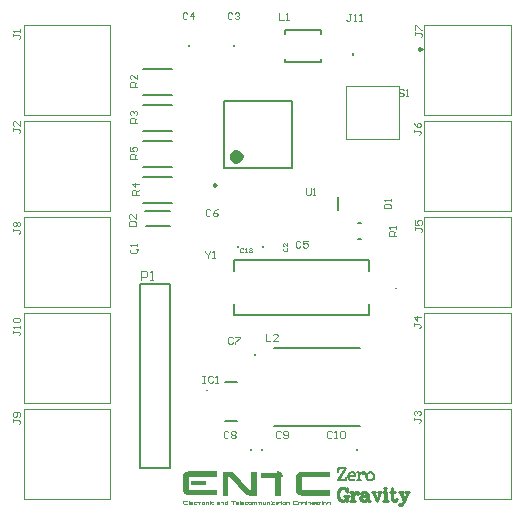
<source format=gto>
G04*
G04 #@! TF.GenerationSoftware,Altium Limited,Altium Designer,23.3.1 (30)*
G04*
G04 Layer_Color=65535*
%FSLAX25Y25*%
%MOIN*%
G70*
G04*
G04 #@! TF.SameCoordinates,DDE6331C-4F95-4F18-AA14-E53DA5D8DD09*
G04*
G04*
G04 #@! TF.FilePolarity,Positive*
G04*
G01*
G75*
%ADD10C,0.00984*%
%ADD11C,0.00787*%
%ADD12C,0.00787*%
%ADD13C,0.02362*%
%ADD14C,0.00394*%
%ADD15C,0.01000*%
%ADD16C,0.00315*%
%ADD17R,0.00787X0.04724*%
G36*
X236581Y136219D02*
X236573D01*
Y136146D01*
X237826D01*
Y136139D01*
X237833D01*
Y135831D01*
X237826D01*
Y136051D01*
X237819D01*
Y136132D01*
X237416D01*
Y136124D01*
X237379D01*
Y136132D01*
X236581D01*
Y135619D01*
X231519D01*
Y135626D01*
X231512D01*
Y136923D01*
X236581D01*
Y136219D01*
D02*
G37*
G36*
X237833Y135817D02*
X237826D01*
Y135824D01*
X237833D01*
Y135817D01*
D02*
G37*
G36*
X237826Y135531D02*
X237833D01*
Y135524D01*
X237826D01*
Y135516D01*
X237833D01*
Y135201D01*
X237841D01*
Y134776D01*
X237833D01*
Y134725D01*
Y134718D01*
Y134608D01*
X237841D01*
Y134593D01*
X237848D01*
Y134586D01*
X237855D01*
Y134571D01*
X237862D01*
Y134557D01*
X237811D01*
Y134564D01*
X237804D01*
Y134601D01*
X237811D01*
Y134659D01*
X237819D01*
Y135707D01*
X237826D01*
Y135531D01*
D02*
G37*
G36*
X253530Y132154D02*
X251377D01*
Y132161D01*
X251252D01*
Y132169D01*
X251157D01*
Y132176D01*
X251084D01*
Y132184D01*
X251025D01*
Y132191D01*
X250967D01*
Y132198D01*
X250915D01*
Y132205D01*
X250871D01*
Y132213D01*
X250827D01*
Y132220D01*
X250791D01*
Y132227D01*
X250754D01*
Y132235D01*
X250717D01*
Y132242D01*
X250681D01*
Y132249D01*
X250652D01*
Y132257D01*
X250622D01*
Y132264D01*
X250593D01*
Y132271D01*
X250564D01*
Y132279D01*
X250534D01*
Y132286D01*
X250512D01*
Y132293D01*
X250483D01*
Y132301D01*
X250461D01*
Y132308D01*
X250439D01*
Y132315D01*
X250417D01*
Y132323D01*
X250395D01*
Y132330D01*
X250373D01*
Y132337D01*
X250351D01*
Y132345D01*
X250329D01*
Y132352D01*
X250315D01*
Y132359D01*
X250293D01*
Y132367D01*
X250271D01*
Y132374D01*
X250256D01*
Y132381D01*
X250234D01*
Y132389D01*
X250219D01*
Y132396D01*
X250205D01*
Y132403D01*
X250183D01*
Y132411D01*
X250168D01*
Y132418D01*
X250153D01*
Y132425D01*
X250139D01*
Y132432D01*
X250124D01*
Y132440D01*
X250110D01*
Y132447D01*
X250095D01*
Y132455D01*
X250080D01*
Y132462D01*
X250065D01*
Y132469D01*
X250051D01*
Y132476D01*
X250036D01*
Y132484D01*
X250022D01*
Y132491D01*
X250007D01*
Y132498D01*
X249992D01*
Y132506D01*
X249985D01*
Y132513D01*
X249970D01*
Y132520D01*
X249956D01*
Y132528D01*
X249941D01*
Y132535D01*
X249934D01*
Y132542D01*
X249919D01*
Y132550D01*
X249904D01*
Y132557D01*
X249897D01*
Y132564D01*
X249882D01*
Y132572D01*
X249868D01*
Y132579D01*
X249860D01*
Y132586D01*
X249846D01*
Y132594D01*
X249838D01*
Y132601D01*
X249824D01*
Y132608D01*
X249816D01*
Y132616D01*
X249802D01*
Y132623D01*
X249795D01*
Y132630D01*
X249780D01*
Y132638D01*
X249773D01*
Y132645D01*
X249758D01*
Y132652D01*
X249751D01*
Y132660D01*
X249743D01*
Y132667D01*
X249729D01*
Y132674D01*
X249721D01*
Y132682D01*
X249707D01*
Y132689D01*
X249699D01*
Y132696D01*
X249692D01*
Y132703D01*
X249677D01*
Y132711D01*
X249670D01*
Y132718D01*
X249663D01*
Y132726D01*
X249648D01*
Y132733D01*
X249641D01*
Y132740D01*
X249633D01*
Y132747D01*
X249626D01*
Y132755D01*
X249611D01*
Y132762D01*
X249604D01*
Y132769D01*
X249597D01*
Y132777D01*
X249589D01*
Y132784D01*
X249575D01*
Y132791D01*
X249567D01*
Y132799D01*
X249560D01*
Y132806D01*
X249553D01*
Y132813D01*
X249545D01*
Y132821D01*
X249531D01*
Y132828D01*
X249523D01*
Y132835D01*
X249516D01*
Y132843D01*
X249509D01*
Y132850D01*
X249501D01*
Y132857D01*
X249494D01*
Y132865D01*
X249487D01*
Y132872D01*
X249472D01*
Y132879D01*
X249465D01*
Y132887D01*
X249458D01*
Y132894D01*
X249450D01*
Y132901D01*
X249443D01*
Y132909D01*
X249436D01*
Y132916D01*
X249428D01*
Y132923D01*
X249421D01*
Y132931D01*
X249414D01*
Y132938D01*
X249406D01*
Y132945D01*
X249399D01*
Y132953D01*
X249392D01*
Y132960D01*
X249377D01*
Y132967D01*
X249370D01*
Y132975D01*
X249362D01*
Y132982D01*
X249355D01*
Y132989D01*
X249348D01*
Y132996D01*
X249340D01*
Y133004D01*
X249333D01*
Y133011D01*
X249326D01*
Y133019D01*
X249318D01*
Y133026D01*
X249311D01*
Y133033D01*
X249304D01*
Y133040D01*
X249296D01*
Y133048D01*
X249289D01*
Y133055D01*
X249282D01*
Y133070D01*
X249274D01*
Y133077D01*
X249267D01*
Y133084D01*
X249260D01*
Y133092D01*
X249253D01*
Y133099D01*
X249245D01*
Y133106D01*
X249238D01*
Y133114D01*
X249231D01*
Y133121D01*
X249223D01*
Y133128D01*
X249216D01*
Y133136D01*
X249208D01*
Y133143D01*
X249201D01*
Y133150D01*
X249194D01*
Y133158D01*
X249186D01*
Y133172D01*
X249179D01*
Y133180D01*
X249172D01*
Y133187D01*
X249165D01*
Y133194D01*
X249157D01*
Y133202D01*
X249150D01*
Y133209D01*
X249143D01*
Y133224D01*
X249135D01*
Y133231D01*
X249128D01*
Y133238D01*
X249121D01*
Y133246D01*
X249113D01*
Y133253D01*
X249106D01*
Y133260D01*
X249099D01*
Y133275D01*
X249091D01*
Y133282D01*
X249084D01*
Y133290D01*
X249077D01*
Y133297D01*
X249069D01*
Y133304D01*
X249062D01*
Y133311D01*
X249055D01*
Y133326D01*
X249047D01*
Y133333D01*
X249040D01*
Y133341D01*
X249033D01*
Y133348D01*
X249025D01*
Y133355D01*
X249018D01*
Y133363D01*
X249011D01*
Y133377D01*
X249003D01*
Y133385D01*
X248996D01*
Y133392D01*
X248989D01*
Y133399D01*
X248981D01*
Y133407D01*
X248974D01*
Y133414D01*
X248967D01*
Y133429D01*
X248959D01*
Y133436D01*
X248952D01*
Y133443D01*
X248945D01*
Y133451D01*
X248938D01*
Y133458D01*
X248930D01*
Y133465D01*
X248923D01*
Y133480D01*
X248916D01*
Y133487D01*
X248908D01*
Y133495D01*
X248901D01*
Y133502D01*
X248894D01*
Y133509D01*
X248886D01*
Y133517D01*
X248879D01*
Y133531D01*
X248872D01*
Y133538D01*
X248864D01*
Y133546D01*
X248857D01*
Y133553D01*
X248850D01*
Y133561D01*
X248842D01*
Y133568D01*
X248835D01*
Y133582D01*
X248828D01*
Y133590D01*
X248820D01*
Y133597D01*
X248813D01*
Y133605D01*
X248806D01*
Y133612D01*
X248798D01*
Y133619D01*
X248791D01*
Y133634D01*
X248784D01*
Y133641D01*
X248776D01*
Y133648D01*
X248769D01*
Y133656D01*
X248762D01*
Y133663D01*
X248754D01*
Y133670D01*
X248747D01*
Y133685D01*
X248740D01*
Y133692D01*
X248732D01*
Y133700D01*
X248725D01*
Y133707D01*
X248718D01*
Y133714D01*
X248710D01*
Y133722D01*
X248703D01*
Y133736D01*
X248696D01*
Y133744D01*
X248689D01*
Y133751D01*
X248681D01*
Y133758D01*
X248674D01*
Y133766D01*
X248667D01*
Y133780D01*
X248659D01*
Y133788D01*
X248652D01*
Y133795D01*
X248644D01*
Y133802D01*
X248637D01*
Y133810D01*
X248630D01*
Y133817D01*
X248622D01*
Y133832D01*
X248615D01*
Y133839D01*
X248608D01*
Y133846D01*
X248601D01*
Y133853D01*
X248593D01*
Y133861D01*
X248586D01*
Y133868D01*
X248579D01*
Y133883D01*
X248571D01*
Y133890D01*
X248564D01*
Y133897D01*
X248557D01*
Y133905D01*
X248549D01*
Y133912D01*
X248542D01*
Y133919D01*
X248535D01*
Y133934D01*
X248527D01*
Y133941D01*
X248520D01*
Y133949D01*
X248513D01*
Y133956D01*
X248505D01*
Y133963D01*
X248498D01*
Y133971D01*
X248491D01*
Y133978D01*
X248483D01*
Y133993D01*
X248476D01*
Y134000D01*
X248469D01*
Y134007D01*
X248461D01*
Y134015D01*
X248454D01*
Y134022D01*
X248447D01*
Y134029D01*
X248439D01*
Y134044D01*
X248432D01*
Y134051D01*
X248425D01*
Y134059D01*
X248417D01*
Y134066D01*
X248410D01*
Y134073D01*
X248403D01*
Y134081D01*
X248395D01*
Y134095D01*
X248388D01*
Y134102D01*
X248381D01*
Y134110D01*
X248374D01*
Y134117D01*
X248366D01*
Y134125D01*
X248359D01*
Y134132D01*
X248352D01*
Y134146D01*
X248344D01*
Y134154D01*
X248337D01*
Y134161D01*
X248329D01*
Y134169D01*
X248322D01*
Y134176D01*
X248315D01*
Y134183D01*
X248308D01*
Y134198D01*
X248300D01*
Y134205D01*
X248293D01*
Y134212D01*
X248286D01*
Y134220D01*
X248278D01*
Y134227D01*
X248271D01*
Y134234D01*
X248264D01*
Y134249D01*
X248256D01*
Y134256D01*
X248249D01*
Y134264D01*
X248242D01*
Y134271D01*
X248234D01*
Y134278D01*
X248227D01*
Y134286D01*
X248220D01*
Y134300D01*
X248212D01*
Y134308D01*
X248205D01*
Y134315D01*
X248198D01*
Y134322D01*
X248190D01*
Y134330D01*
X248183D01*
Y134337D01*
X248176D01*
Y134352D01*
X248168D01*
Y134359D01*
X248161D01*
Y134366D01*
X248154D01*
Y134374D01*
X248146D01*
Y134381D01*
X248139D01*
Y134388D01*
X248132D01*
Y134403D01*
X248124D01*
Y134410D01*
X248117D01*
Y134417D01*
X248110D01*
Y134425D01*
X248102D01*
Y134432D01*
X248095D01*
Y134440D01*
X248088D01*
Y134454D01*
X248080D01*
Y134461D01*
X248073D01*
Y134469D01*
X248066D01*
Y134476D01*
X248059D01*
Y134483D01*
X248051D01*
Y134491D01*
X248044D01*
Y134505D01*
X248037D01*
Y134513D01*
X248029D01*
Y134520D01*
X248022D01*
Y134527D01*
X248015D01*
Y134535D01*
X248007D01*
Y134542D01*
X248000D01*
Y134557D01*
X247993D01*
Y134564D01*
X247985D01*
Y134571D01*
X247978D01*
Y134579D01*
X247971D01*
Y134586D01*
X247963D01*
Y134601D01*
X247956D01*
Y134608D01*
X247949D01*
Y134615D01*
X247941D01*
Y134623D01*
X247934D01*
Y134630D01*
X247927D01*
Y134637D01*
X247919D01*
Y134652D01*
X247912D01*
Y134659D01*
X247905D01*
Y134667D01*
X247897D01*
Y134674D01*
X247890D01*
Y134681D01*
X247883D01*
Y134688D01*
X247875D01*
Y134703D01*
X247868D01*
Y134711D01*
X247861D01*
Y134718D01*
X247853D01*
Y134725D01*
X247846D01*
Y134732D01*
X247839D01*
Y134740D01*
X247832D01*
Y134747D01*
X247824D01*
Y134762D01*
X247817D01*
Y134769D01*
X247810D01*
Y134776D01*
X247802D01*
Y134784D01*
X247795D01*
Y134791D01*
X247787D01*
Y134806D01*
X247780D01*
Y134813D01*
X247773D01*
Y134820D01*
X247765D01*
Y134828D01*
X247758D01*
Y134835D01*
X247751D01*
Y134842D01*
X247744D01*
Y134857D01*
X247736D01*
Y134864D01*
X247729D01*
Y134872D01*
X247722D01*
Y134879D01*
X247714D01*
Y134886D01*
X247707D01*
Y134894D01*
X247700D01*
Y134908D01*
X247692D01*
Y134916D01*
X247685D01*
Y134923D01*
X247678D01*
Y134930D01*
X247670D01*
Y134938D01*
X247663D01*
Y134945D01*
X247656D01*
Y134959D01*
X247648D01*
Y134967D01*
X247641D01*
Y134974D01*
X247634D01*
Y134982D01*
X247626D01*
Y134989D01*
X247619D01*
Y134996D01*
X247612D01*
Y135011D01*
X247604D01*
Y135018D01*
X247597D01*
Y135026D01*
X247590D01*
Y135033D01*
X247582D01*
Y135040D01*
X247575D01*
Y135047D01*
X247568D01*
Y135062D01*
X247560D01*
Y135069D01*
X247553D01*
Y135077D01*
X247546D01*
Y135084D01*
X247538D01*
Y135091D01*
X247531D01*
Y135099D01*
X247524D01*
Y135113D01*
X247516D01*
Y135121D01*
X247509D01*
Y135128D01*
X247502D01*
Y135135D01*
X247495D01*
Y135143D01*
X247487D01*
Y135150D01*
X247480D01*
Y135157D01*
X247473D01*
Y135172D01*
X247465D01*
Y135179D01*
X247458D01*
Y135187D01*
X247451D01*
Y135194D01*
X247443D01*
Y135201D01*
X247436D01*
Y135209D01*
X247429D01*
Y135223D01*
X247421D01*
Y135231D01*
X247414D01*
Y135238D01*
X247407D01*
Y135245D01*
X247399D01*
Y135252D01*
X247392D01*
Y135260D01*
X247385D01*
Y135275D01*
X247377D01*
Y135282D01*
X247370D01*
Y135289D01*
X247363D01*
Y135296D01*
X247355D01*
Y135304D01*
X247348D01*
Y135311D01*
X247341D01*
Y135326D01*
X247333D01*
Y135333D01*
X247326D01*
Y135340D01*
X247319D01*
Y135348D01*
X247311D01*
Y135355D01*
X247304D01*
Y135362D01*
X247297D01*
Y135377D01*
X247289D01*
Y135384D01*
X247282D01*
Y135392D01*
X247275D01*
Y135399D01*
X247268D01*
Y135406D01*
X247260D01*
Y135421D01*
X247253D01*
Y135428D01*
X247246D01*
Y135436D01*
X247238D01*
Y135443D01*
X247231D01*
Y135450D01*
X247223D01*
Y135458D01*
X247216D01*
Y135472D01*
X247209D01*
Y135480D01*
X247201D01*
Y135487D01*
X247194D01*
Y135494D01*
X247187D01*
Y135502D01*
X247180D01*
Y135509D01*
X247172D01*
Y135524D01*
X247165D01*
Y135531D01*
X247158D01*
Y135538D01*
X247150D01*
Y135546D01*
X247143D01*
Y135553D01*
X247136D01*
Y135560D01*
X247128D01*
Y135575D01*
X247121D01*
Y135582D01*
X247114D01*
Y135590D01*
X247106D01*
Y135597D01*
X247099D01*
Y135604D01*
X247092D01*
Y135611D01*
X247084D01*
Y135626D01*
X247077D01*
Y135633D01*
X247070D01*
Y135641D01*
X247062D01*
Y135648D01*
X247055D01*
Y135655D01*
X247048D01*
Y135663D01*
X247040D01*
Y135677D01*
X247033D01*
Y135685D01*
X247026D01*
Y135692D01*
X247018D01*
Y135699D01*
X247011D01*
Y135707D01*
X247004D01*
Y135714D01*
X246996D01*
Y135729D01*
X246989D01*
Y135736D01*
X246982D01*
Y135743D01*
X246974D01*
Y135751D01*
X246967D01*
Y135758D01*
X246960D01*
Y135765D01*
X246953D01*
Y135780D01*
X246945D01*
Y135787D01*
X246938D01*
Y135795D01*
X246931D01*
Y135802D01*
X246923D01*
Y135809D01*
X246916D01*
Y135817D01*
X246908D01*
Y135831D01*
X246901D01*
Y135838D01*
X246894D01*
Y135846D01*
X246887D01*
Y135853D01*
X246879D01*
Y135861D01*
X246872D01*
Y135868D01*
X246865D01*
Y135882D01*
X246857D01*
Y135890D01*
X246850D01*
Y135897D01*
X246843D01*
Y135904D01*
X246835D01*
Y135912D01*
X246828D01*
Y135919D01*
X246821D01*
Y135934D01*
X246813D01*
Y135941D01*
X246806D01*
Y135948D01*
X246799D01*
Y135956D01*
X246791D01*
Y135963D01*
X246784D01*
Y135970D01*
X246777D01*
Y135985D01*
X246769D01*
Y135992D01*
X246762D01*
Y136000D01*
X246755D01*
Y136007D01*
X246747D01*
Y136014D01*
X246740D01*
Y136022D01*
X246733D01*
Y136036D01*
X246725D01*
Y136044D01*
X246718D01*
Y136051D01*
X246711D01*
Y136058D01*
X246704D01*
Y136066D01*
X246696D01*
Y136073D01*
X246689D01*
Y136088D01*
X246681D01*
Y136095D01*
X246674D01*
Y136102D01*
X246667D01*
Y136109D01*
X246659D01*
Y136117D01*
X246652D01*
Y136124D01*
X246645D01*
Y136139D01*
X246638D01*
Y136146D01*
X246630D01*
Y136153D01*
X246623D01*
Y136161D01*
X246616D01*
Y136168D01*
X246608D01*
Y136176D01*
X246601D01*
Y136190D01*
X246594D01*
Y136197D01*
X246586D01*
Y136205D01*
X246579D01*
Y136212D01*
X246572D01*
Y136219D01*
X246564D01*
Y136227D01*
X246557D01*
Y136241D01*
X246550D01*
Y136249D01*
X246542D01*
Y136256D01*
X246535D01*
Y136263D01*
X246528D01*
Y136271D01*
X246520D01*
Y136278D01*
X246513D01*
Y136293D01*
X246506D01*
Y136300D01*
X246498D01*
Y136307D01*
X246491D01*
Y136315D01*
X246484D01*
Y136322D01*
X246476D01*
Y136329D01*
X246469D01*
Y136344D01*
X246462D01*
Y136351D01*
X246454D01*
Y136359D01*
X246447D01*
Y136366D01*
X246440D01*
Y136373D01*
X246432D01*
Y136381D01*
X246425D01*
Y136395D01*
X246418D01*
Y136402D01*
X246410D01*
Y136410D01*
X246403D01*
Y136417D01*
X246396D01*
Y136425D01*
X246389D01*
Y136432D01*
X246381D01*
Y136446D01*
X246374D01*
Y136454D01*
X246367D01*
Y136461D01*
X246359D01*
Y136468D01*
X246352D01*
Y136476D01*
X246344D01*
Y136483D01*
X246337D01*
Y136498D01*
X246330D01*
Y136505D01*
X246323D01*
Y136512D01*
X246315D01*
Y136520D01*
X246308D01*
Y136527D01*
X246301D01*
Y136534D01*
X246293D01*
Y136549D01*
X246286D01*
Y136556D01*
X246279D01*
Y136564D01*
X246271D01*
Y136571D01*
X246264D01*
Y136578D01*
X246257D01*
Y136586D01*
X246249D01*
Y136600D01*
X246242D01*
Y136608D01*
X246235D01*
Y136615D01*
X246227D01*
Y136622D01*
X246220D01*
Y136630D01*
X246213D01*
Y136637D01*
X246205D01*
Y136652D01*
X246198D01*
Y136659D01*
X246191D01*
Y136666D01*
X246183D01*
Y136673D01*
X246176D01*
Y136681D01*
X246169D01*
Y136688D01*
X246161D01*
Y136703D01*
X246154D01*
Y136710D01*
X246147D01*
Y136717D01*
X246139D01*
Y136725D01*
X246132D01*
Y136732D01*
X246125D01*
Y136740D01*
X246117D01*
Y136754D01*
X246110D01*
Y136761D01*
X246103D01*
Y136769D01*
X246095D01*
Y136776D01*
X246088D01*
Y136783D01*
X246081D01*
Y136791D01*
X246074D01*
Y136805D01*
X246066D01*
Y136813D01*
X246059D01*
Y136820D01*
X246052D01*
Y136827D01*
X246044D01*
Y136835D01*
X246037D01*
Y136842D01*
X246030D01*
Y136857D01*
X246022D01*
Y136864D01*
X246015D01*
Y136871D01*
X246008D01*
Y136879D01*
X246000D01*
Y136886D01*
X245993D01*
Y136893D01*
X245986D01*
Y136908D01*
X245978D01*
Y136915D01*
X245971D01*
Y136923D01*
X245964D01*
Y136930D01*
X245956D01*
Y136937D01*
X245949D01*
Y136945D01*
X245942D01*
Y136959D01*
X245934D01*
Y136967D01*
X245927D01*
Y136974D01*
X245920D01*
Y136981D01*
X245912D01*
Y136988D01*
X245905D01*
Y136996D01*
X245898D01*
Y137011D01*
X245890D01*
Y137018D01*
X245883D01*
Y137025D01*
X245876D01*
Y137032D01*
X245868D01*
Y137040D01*
X245861D01*
Y137047D01*
X245854D01*
Y137062D01*
X245847D01*
Y137069D01*
X245839D01*
Y137076D01*
X245832D01*
Y137084D01*
X245825D01*
Y137091D01*
X245817D01*
Y137098D01*
X245810D01*
Y137113D01*
X245802D01*
Y137120D01*
X245795D01*
Y137128D01*
X245788D01*
Y137135D01*
X245780D01*
Y137142D01*
X245773D01*
Y137150D01*
X245766D01*
Y137164D01*
X245759D01*
Y137172D01*
X245751D01*
Y137179D01*
X245744D01*
Y137186D01*
X245737D01*
Y137194D01*
X245729D01*
Y137201D01*
X245722D01*
Y137216D01*
X245715D01*
Y137223D01*
X245707D01*
Y137230D01*
X245700D01*
Y137238D01*
X245693D01*
Y137245D01*
X245685D01*
Y137252D01*
X245678D01*
Y137267D01*
X245671D01*
Y137274D01*
X245663D01*
Y137282D01*
X245656D01*
Y137289D01*
X245649D01*
Y137296D01*
X245641D01*
Y137303D01*
X245634D01*
Y137318D01*
X245627D01*
Y137325D01*
X245619D01*
Y137333D01*
X245612D01*
Y137340D01*
X245605D01*
Y137347D01*
X245597D01*
Y137355D01*
X245590D01*
Y137369D01*
X245583D01*
Y137377D01*
X245575D01*
Y137384D01*
X245568D01*
Y137391D01*
X245561D01*
Y137399D01*
X245553D01*
Y137406D01*
X245546D01*
Y137413D01*
X245539D01*
Y137428D01*
X245532D01*
Y137435D01*
X245524D01*
Y137443D01*
X245517D01*
Y137450D01*
X245510D01*
Y137457D01*
X245502D01*
Y137465D01*
X245495D01*
Y137479D01*
X245487D01*
Y137487D01*
X245480D01*
Y137494D01*
X245473D01*
Y137501D01*
X245466D01*
Y137509D01*
X245458D01*
Y137523D01*
X245451D01*
Y137531D01*
X245444D01*
Y137538D01*
X245436D01*
Y137545D01*
X245429D01*
Y137552D01*
X245422D01*
Y137560D01*
X245414D01*
Y137575D01*
X245407D01*
Y137582D01*
X245400D01*
Y137589D01*
X245392D01*
Y137596D01*
X245385D01*
Y137604D01*
X245378D01*
Y137611D01*
X245370D01*
Y137626D01*
X245363D01*
Y137633D01*
X245356D01*
Y137640D01*
X245348D01*
Y137648D01*
X245341D01*
Y137655D01*
X245334D01*
Y137662D01*
X245326D01*
Y137670D01*
X245319D01*
Y137677D01*
X245312D01*
Y137692D01*
X245304D01*
Y137699D01*
X245297D01*
Y137706D01*
X245290D01*
Y137714D01*
X245283D01*
Y137721D01*
X245275D01*
Y137728D01*
X245268D01*
Y137736D01*
X245261D01*
Y137743D01*
X245253D01*
Y137750D01*
X245246D01*
Y137758D01*
X245238D01*
Y137765D01*
X245231D01*
Y137772D01*
X245224D01*
Y137780D01*
X245216D01*
Y137787D01*
X245209D01*
Y137794D01*
X245202D01*
Y137802D01*
X245195D01*
Y137809D01*
X245187D01*
Y137816D01*
X245180D01*
Y137823D01*
X245173D01*
Y137831D01*
X245158D01*
Y137838D01*
X245151D01*
Y137846D01*
X245143D01*
Y137853D01*
X245136D01*
Y137860D01*
X245129D01*
Y137867D01*
X245121D01*
Y137875D01*
X245107D01*
Y137882D01*
X245099D01*
Y137889D01*
X245092D01*
Y137897D01*
X245085D01*
Y137904D01*
X245077D01*
Y137911D01*
X245063D01*
Y137919D01*
X245055D01*
Y137926D01*
X245048D01*
Y137933D01*
X245033D01*
Y137941D01*
X245026D01*
Y137948D01*
X245019D01*
Y137955D01*
X245004D01*
Y137963D01*
X244997D01*
Y137970D01*
X244982D01*
Y137977D01*
X244975D01*
Y137985D01*
X244968D01*
Y137992D01*
X244953D01*
Y137999D01*
X244946D01*
Y138007D01*
X244931D01*
Y138014D01*
X244916D01*
Y138021D01*
X244909D01*
Y138029D01*
X244894D01*
Y138036D01*
X244887D01*
Y138043D01*
X244872D01*
Y138051D01*
X244858D01*
Y138058D01*
X244843D01*
Y138065D01*
X244836D01*
Y138073D01*
X244821D01*
Y138080D01*
X244806D01*
Y138087D01*
X244792D01*
Y138094D01*
X244777D01*
Y138102D01*
X244762D01*
Y138109D01*
X244748D01*
Y138117D01*
X244733D01*
Y138124D01*
X244718D01*
Y138131D01*
X244704D01*
Y138138D01*
X244682D01*
Y138146D01*
X244667D01*
Y138153D01*
X244645D01*
Y138161D01*
X244631D01*
Y138168D01*
X244609D01*
Y138175D01*
X244587D01*
Y138182D01*
X244565D01*
Y138190D01*
X244543D01*
Y138197D01*
X244513D01*
Y138204D01*
X244484D01*
Y138212D01*
X244455D01*
Y138219D01*
X244418D01*
Y138226D01*
X244374D01*
Y138234D01*
X244316D01*
Y138241D01*
X244118D01*
Y132154D01*
X242235D01*
Y136132D01*
X241298D01*
Y136139D01*
X241481D01*
Y136146D01*
X241957D01*
Y136139D01*
X242243D01*
Y136146D01*
X242250D01*
Y136153D01*
X242243D01*
Y136278D01*
X242235D01*
Y139779D01*
Y139787D01*
Y140094D01*
X244272D01*
Y140087D01*
X244426D01*
Y140079D01*
X244535D01*
Y140072D01*
X244623D01*
Y140065D01*
X244696D01*
Y140058D01*
X244755D01*
Y140050D01*
X244814D01*
Y140043D01*
X244865D01*
Y140036D01*
X244909D01*
Y140028D01*
X244946D01*
Y140021D01*
X244989D01*
Y140014D01*
X245026D01*
Y140006D01*
X245055D01*
Y139999D01*
X245085D01*
Y139992D01*
X245114D01*
Y139984D01*
X245143D01*
Y139977D01*
X245173D01*
Y139970D01*
X245202D01*
Y139962D01*
X245224D01*
Y139955D01*
X245246D01*
Y139948D01*
X245268D01*
Y139940D01*
X245290D01*
Y139933D01*
X245312D01*
Y139926D01*
X245334D01*
Y139918D01*
X245356D01*
Y139911D01*
X245370D01*
Y139904D01*
X245392D01*
Y139896D01*
X245414D01*
Y139889D01*
X245429D01*
Y139882D01*
X245451D01*
Y139874D01*
X245466D01*
Y139867D01*
X245480D01*
Y139860D01*
X245502D01*
Y139852D01*
X245517D01*
Y139845D01*
X245532D01*
Y139838D01*
X245546D01*
Y139831D01*
X245561D01*
Y139823D01*
X245575D01*
Y139816D01*
X245590D01*
Y139808D01*
X245605D01*
Y139801D01*
X245619D01*
Y139794D01*
X245634D01*
Y139787D01*
X245649D01*
Y139779D01*
X245663D01*
Y139772D01*
X245678D01*
Y139765D01*
X245693D01*
Y139757D01*
X245707D01*
Y139750D01*
X245715D01*
Y139743D01*
X245729D01*
Y139735D01*
X245744D01*
Y139728D01*
X245751D01*
Y139721D01*
X245766D01*
Y139713D01*
X245780D01*
Y139706D01*
X245788D01*
Y139699D01*
X245802D01*
Y139691D01*
X245817D01*
Y139684D01*
X245825D01*
Y139677D01*
X245839D01*
Y139669D01*
X245847D01*
Y139662D01*
X245861D01*
Y139655D01*
X245876D01*
Y139647D01*
X245883D01*
Y139640D01*
X245890D01*
Y139633D01*
X245905D01*
Y139625D01*
X245912D01*
Y139618D01*
X245927D01*
Y139611D01*
X245934D01*
Y139603D01*
X245949D01*
Y139596D01*
X245956D01*
Y139589D01*
X245971D01*
Y139582D01*
X245978D01*
Y139574D01*
X245986D01*
Y139567D01*
X246000D01*
Y139559D01*
X246008D01*
Y139552D01*
X246015D01*
Y139545D01*
X246030D01*
Y139538D01*
X246037D01*
Y139530D01*
X246044D01*
Y139523D01*
X246059D01*
Y139515D01*
X246066D01*
Y139508D01*
X246074D01*
Y139501D01*
X246081D01*
Y139494D01*
X246095D01*
Y139486D01*
X246103D01*
Y139479D01*
X246110D01*
Y139472D01*
X246117D01*
Y139464D01*
X246132D01*
Y139457D01*
X246139D01*
Y139450D01*
X246147D01*
Y139442D01*
X246154D01*
Y139435D01*
X246169D01*
Y139428D01*
X246176D01*
Y139420D01*
X246183D01*
Y139413D01*
X246191D01*
Y139406D01*
X246198D01*
Y139398D01*
X246205D01*
Y139391D01*
X246220D01*
Y139384D01*
X246227D01*
Y139376D01*
X246235D01*
Y139369D01*
X246242D01*
Y139362D01*
X246249D01*
Y139354D01*
X246257D01*
Y139347D01*
X246264D01*
Y139340D01*
X246271D01*
Y139332D01*
X246279D01*
Y139325D01*
X246293D01*
Y139318D01*
X246301D01*
Y139310D01*
X246308D01*
Y139303D01*
X246315D01*
Y139296D01*
X246323D01*
Y139288D01*
X246330D01*
Y139281D01*
X246337D01*
Y139274D01*
X246344D01*
Y139267D01*
X246352D01*
Y139259D01*
X246359D01*
Y139252D01*
X246367D01*
Y139244D01*
X246374D01*
Y139237D01*
X246381D01*
Y139230D01*
X246389D01*
Y139223D01*
X246396D01*
Y139215D01*
X246403D01*
Y139208D01*
X246410D01*
Y139201D01*
X246418D01*
Y139193D01*
X246425D01*
Y139186D01*
X246432D01*
Y139179D01*
X246440D01*
Y139171D01*
X246447D01*
Y139164D01*
X246454D01*
Y139157D01*
X246462D01*
Y139149D01*
X246469D01*
Y139142D01*
X246476D01*
Y139135D01*
X246484D01*
Y139127D01*
X246491D01*
Y139120D01*
X246498D01*
Y139113D01*
X246506D01*
Y139105D01*
X246513D01*
Y139098D01*
X246520D01*
Y139091D01*
X246528D01*
Y139083D01*
X246535D01*
Y139076D01*
X246542D01*
Y139069D01*
X246550D01*
Y139061D01*
X246557D01*
Y139047D01*
X246564D01*
Y139039D01*
X246572D01*
Y139032D01*
X246579D01*
Y139025D01*
X246586D01*
Y139017D01*
X246594D01*
Y139010D01*
X246601D01*
Y139003D01*
X246608D01*
Y138996D01*
X246616D01*
Y138988D01*
X246623D01*
Y138973D01*
X246630D01*
Y138966D01*
X246638D01*
Y138959D01*
X246645D01*
Y138952D01*
X246652D01*
Y138944D01*
X246659D01*
Y138937D01*
X246667D01*
Y138922D01*
X246674D01*
Y138915D01*
X246681D01*
Y138908D01*
X246689D01*
Y138900D01*
X246696D01*
Y138893D01*
X246704D01*
Y138886D01*
X246711D01*
Y138878D01*
X246718D01*
Y138864D01*
X246725D01*
Y138856D01*
X246733D01*
Y138849D01*
X246740D01*
Y138842D01*
X246747D01*
Y138834D01*
X246755D01*
Y138827D01*
X246762D01*
Y138812D01*
X246769D01*
Y138805D01*
X246777D01*
Y138798D01*
X246784D01*
Y138790D01*
X246791D01*
Y138783D01*
X246799D01*
Y138776D01*
X246806D01*
Y138768D01*
X246813D01*
Y138754D01*
X246821D01*
Y138746D01*
X246828D01*
Y138739D01*
X246835D01*
Y138732D01*
X246843D01*
Y138725D01*
X246850D01*
Y138717D01*
X246857D01*
Y138702D01*
X246865D01*
Y138695D01*
X246872D01*
Y138688D01*
X246879D01*
Y138681D01*
X246887D01*
Y138673D01*
X246894D01*
Y138666D01*
X246901D01*
Y138658D01*
X246908D01*
Y138644D01*
X246916D01*
Y138637D01*
X246923D01*
Y138629D01*
X246931D01*
Y138622D01*
X246938D01*
Y138615D01*
X246945D01*
Y138607D01*
X246953D01*
Y138593D01*
X246960D01*
Y138585D01*
X246967D01*
Y138578D01*
X246974D01*
Y138571D01*
X246982D01*
Y138563D01*
X246989D01*
Y138556D01*
X246996D01*
Y138549D01*
X247004D01*
Y138534D01*
X247011D01*
Y138527D01*
X247018D01*
Y138519D01*
X247026D01*
Y138512D01*
X247033D01*
Y138505D01*
X247040D01*
Y138497D01*
X247048D01*
Y138483D01*
X247055D01*
Y138475D01*
X247062D01*
Y138468D01*
X247070D01*
Y138461D01*
X247077D01*
Y138453D01*
X247084D01*
Y138446D01*
X247092D01*
Y138439D01*
X247099D01*
Y138424D01*
X247106D01*
Y138417D01*
X247114D01*
Y138409D01*
X247121D01*
Y138402D01*
X247128D01*
Y138395D01*
X247136D01*
Y138388D01*
X247143D01*
Y138373D01*
X247150D01*
Y138366D01*
X247158D01*
Y138358D01*
X247165D01*
Y138351D01*
X247172D01*
Y138344D01*
X247180D01*
Y138336D01*
X247187D01*
Y138329D01*
X247194D01*
Y138314D01*
X247201D01*
Y138307D01*
X247209D01*
Y138300D01*
X247216D01*
Y138292D01*
X247223D01*
Y138285D01*
X247231D01*
Y138278D01*
X247238D01*
Y138263D01*
X247246D01*
Y138256D01*
X247253D01*
Y138248D01*
X247260D01*
Y138241D01*
X247268D01*
Y138234D01*
X247275D01*
Y138226D01*
X247282D01*
Y138219D01*
X247289D01*
Y138204D01*
X247297D01*
Y138197D01*
X247304D01*
Y138190D01*
X247311D01*
Y138182D01*
X247319D01*
Y138175D01*
X247326D01*
Y138168D01*
X247333D01*
Y138153D01*
X247341D01*
Y138146D01*
X247348D01*
Y138138D01*
X247355D01*
Y138131D01*
X247363D01*
Y138124D01*
X247370D01*
Y138117D01*
X247377D01*
Y138109D01*
X247385D01*
Y138094D01*
X247392D01*
Y138087D01*
X247399D01*
Y138080D01*
X247407D01*
Y138073D01*
X247414D01*
Y138065D01*
X247421D01*
Y138058D01*
X247429D01*
Y138043D01*
X247436D01*
Y138036D01*
X247443D01*
Y138029D01*
X247451D01*
Y138021D01*
X247458D01*
Y138014D01*
X247465D01*
Y138007D01*
X247473D01*
Y137999D01*
X247480D01*
Y137985D01*
X247487D01*
Y137977D01*
X247495D01*
Y137970D01*
X247502D01*
Y137963D01*
X247509D01*
Y137955D01*
X247516D01*
Y137948D01*
X247524D01*
Y137941D01*
X247531D01*
Y137926D01*
X247538D01*
Y137919D01*
X247546D01*
Y137911D01*
X247553D01*
Y137904D01*
X247560D01*
Y137897D01*
X247568D01*
Y137889D01*
X247575D01*
Y137875D01*
X247582D01*
Y137867D01*
X247590D01*
Y137860D01*
X247597D01*
Y137853D01*
X247604D01*
Y137846D01*
X247612D01*
Y137838D01*
X247619D01*
Y137831D01*
X247626D01*
Y137816D01*
X247634D01*
Y137809D01*
X247641D01*
Y137802D01*
X247648D01*
Y137794D01*
X247656D01*
Y137787D01*
X247663D01*
Y137780D01*
X247670D01*
Y137765D01*
X247678D01*
Y137758D01*
X247685D01*
Y137750D01*
X247692D01*
Y137743D01*
X247700D01*
Y137736D01*
X247707D01*
Y137728D01*
X247714D01*
Y137721D01*
X247722D01*
Y137706D01*
X247729D01*
Y137699D01*
X247736D01*
Y137692D01*
X247744D01*
Y137684D01*
X247751D01*
Y137677D01*
X247758D01*
Y137670D01*
X247765D01*
Y137655D01*
X247773D01*
Y137648D01*
X247780D01*
Y137640D01*
X247787D01*
Y137633D01*
X247795D01*
Y137626D01*
X247802D01*
Y137618D01*
X247810D01*
Y137611D01*
X247817D01*
Y137596D01*
X247824D01*
Y137589D01*
X247832D01*
Y137582D01*
X247839D01*
Y137575D01*
X247846D01*
Y137567D01*
X247853D01*
Y137560D01*
X247861D01*
Y137545D01*
X247868D01*
Y137538D01*
X247875D01*
Y137531D01*
X247883D01*
Y137523D01*
X247890D01*
Y137516D01*
X247897D01*
Y137509D01*
X247905D01*
Y137501D01*
X247912D01*
Y137487D01*
X247919D01*
Y137479D01*
X247927D01*
Y137472D01*
X247934D01*
Y137465D01*
X247941D01*
Y137457D01*
X247949D01*
Y137450D01*
X247956D01*
Y137435D01*
X247963D01*
Y137428D01*
X247971D01*
Y137421D01*
X247978D01*
Y137413D01*
X247985D01*
Y137406D01*
X247993D01*
Y137399D01*
X248000D01*
Y137391D01*
X248007D01*
Y137377D01*
X248015D01*
Y137369D01*
X248022D01*
Y137362D01*
X248029D01*
Y137355D01*
X248037D01*
Y137347D01*
X248044D01*
Y137340D01*
X248051D01*
Y137333D01*
X248059D01*
Y137318D01*
X248066D01*
Y137311D01*
X248073D01*
Y137303D01*
X248080D01*
Y137296D01*
X248088D01*
Y137289D01*
X248095D01*
Y137282D01*
X248102D01*
Y137267D01*
X248110D01*
Y137259D01*
X248117D01*
Y137252D01*
X248124D01*
Y137245D01*
X248132D01*
Y137238D01*
X248139D01*
Y137230D01*
X248146D01*
Y137223D01*
X248154D01*
Y137208D01*
X248161D01*
Y137201D01*
X248168D01*
Y137194D01*
X248176D01*
Y137186D01*
X248183D01*
Y137179D01*
X248190D01*
Y137172D01*
X248198D01*
Y137157D01*
X248205D01*
Y137150D01*
X248212D01*
Y137142D01*
X248220D01*
Y137135D01*
X248227D01*
Y137128D01*
X248234D01*
Y137120D01*
X248242D01*
Y137113D01*
X248249D01*
Y137098D01*
X248256D01*
Y137091D01*
X248264D01*
Y137084D01*
X248271D01*
Y137076D01*
X248278D01*
Y137069D01*
X248286D01*
Y137062D01*
X248293D01*
Y137047D01*
X248300D01*
Y137040D01*
X248308D01*
Y137032D01*
X248315D01*
Y137025D01*
X248322D01*
Y137018D01*
X248329D01*
Y137011D01*
X248337D01*
Y137003D01*
X248344D01*
Y136988D01*
X248352D01*
Y136981D01*
X248359D01*
Y136974D01*
X248366D01*
Y136967D01*
X248374D01*
Y136959D01*
X248381D01*
Y136952D01*
X248388D01*
Y136945D01*
X248395D01*
Y136930D01*
X248403D01*
Y136923D01*
X248410D01*
Y136915D01*
X248417D01*
Y136908D01*
X248425D01*
Y136901D01*
X248432D01*
Y136893D01*
X248439D01*
Y136879D01*
X248447D01*
Y136871D01*
X248454D01*
Y136864D01*
X248461D01*
Y136857D01*
X248469D01*
Y136849D01*
X248476D01*
Y136842D01*
X248483D01*
Y136835D01*
X248491D01*
Y136820D01*
X248498D01*
Y136813D01*
X248505D01*
Y136805D01*
X248513D01*
Y136798D01*
X248520D01*
Y136791D01*
X248527D01*
Y136783D01*
X248535D01*
Y136769D01*
X248542D01*
Y136761D01*
X248549D01*
Y136754D01*
X248557D01*
Y136747D01*
X248564D01*
Y136740D01*
X248571D01*
Y136732D01*
X248579D01*
Y136725D01*
X248586D01*
Y136710D01*
X248593D01*
Y136703D01*
X248601D01*
Y136696D01*
X248608D01*
Y136688D01*
X248615D01*
Y136681D01*
X248622D01*
Y136673D01*
X248630D01*
Y136659D01*
X248637D01*
Y136652D01*
X248644D01*
Y136644D01*
X248652D01*
Y136637D01*
X248659D01*
Y136630D01*
X248667D01*
Y136622D01*
X248674D01*
Y136615D01*
X248681D01*
Y136600D01*
X248689D01*
Y136593D01*
X248696D01*
Y136586D01*
X248703D01*
Y136578D01*
X248710D01*
Y136571D01*
X248718D01*
Y136564D01*
X248725D01*
Y136556D01*
X248732D01*
Y136542D01*
X248740D01*
Y136534D01*
X248747D01*
Y136527D01*
X248754D01*
Y136520D01*
X248762D01*
Y136512D01*
X248769D01*
Y136505D01*
X248776D01*
Y136490D01*
X248784D01*
Y136483D01*
X248791D01*
Y136476D01*
X248798D01*
Y136468D01*
X248806D01*
Y136461D01*
X248813D01*
Y136454D01*
X248820D01*
Y136446D01*
X248828D01*
Y136432D01*
X248835D01*
Y136425D01*
X248842D01*
Y136417D01*
X248850D01*
Y136410D01*
X248857D01*
Y136402D01*
X248864D01*
Y136395D01*
X248872D01*
Y136381D01*
X248879D01*
Y136373D01*
X248886D01*
Y136366D01*
X248894D01*
Y136359D01*
X248901D01*
Y136351D01*
X248908D01*
Y136344D01*
X248916D01*
Y136337D01*
X248923D01*
Y136322D01*
X248930D01*
Y136315D01*
X248938D01*
Y136307D01*
X248945D01*
Y136300D01*
X248952D01*
Y136293D01*
X248959D01*
Y136285D01*
X248967D01*
Y136271D01*
X248974D01*
Y136263D01*
X248981D01*
Y136256D01*
X248989D01*
Y136249D01*
X248996D01*
Y136241D01*
X249003D01*
Y136234D01*
X249011D01*
Y136227D01*
X249018D01*
Y136212D01*
X249025D01*
Y136205D01*
X249033D01*
Y136197D01*
X249040D01*
Y136190D01*
X249047D01*
Y136183D01*
X249055D01*
Y136176D01*
X249062D01*
Y136161D01*
X249069D01*
Y136153D01*
X249077D01*
Y136146D01*
X249084D01*
Y136139D01*
X249091D01*
Y136132D01*
X249099D01*
Y136124D01*
X249106D01*
Y136117D01*
X249113D01*
Y136102D01*
X249121D01*
Y136095D01*
X249128D01*
Y136088D01*
X249135D01*
Y136080D01*
X249143D01*
Y136073D01*
X249150D01*
Y136066D01*
X249157D01*
Y136058D01*
X249165D01*
Y136044D01*
X249172D01*
Y136036D01*
X249179D01*
Y136029D01*
X249186D01*
Y136022D01*
X249194D01*
Y136014D01*
X249201D01*
Y136007D01*
X249208D01*
Y135992D01*
X249216D01*
Y135985D01*
X249223D01*
Y135978D01*
X249231D01*
Y135970D01*
X249238D01*
Y135963D01*
X249245D01*
Y135956D01*
X249253D01*
Y135948D01*
X249260D01*
Y135934D01*
X249267D01*
Y135926D01*
X249274D01*
Y135919D01*
X249282D01*
Y135912D01*
X249289D01*
Y135904D01*
X249296D01*
Y135897D01*
X249304D01*
Y135882D01*
X249311D01*
Y135875D01*
X249318D01*
Y135868D01*
X249326D01*
Y135861D01*
X249333D01*
Y135853D01*
X249340D01*
Y135846D01*
X249348D01*
Y135838D01*
X249355D01*
Y135824D01*
X249362D01*
Y135817D01*
X249370D01*
Y135809D01*
X249377D01*
Y135802D01*
X249384D01*
Y135795D01*
X249392D01*
Y135787D01*
X249399D01*
Y135773D01*
X249406D01*
Y135765D01*
X249414D01*
Y135758D01*
X249421D01*
Y135751D01*
X249428D01*
Y135743D01*
X249436D01*
Y135736D01*
X249443D01*
Y135729D01*
X249450D01*
Y135714D01*
X249458D01*
Y135707D01*
X249465D01*
Y135699D01*
X249472D01*
Y135692D01*
X249480D01*
Y135685D01*
X249487D01*
Y135677D01*
X249494D01*
Y135670D01*
X249501D01*
Y135655D01*
X249509D01*
Y135648D01*
X249516D01*
Y135641D01*
X249523D01*
Y135633D01*
X249531D01*
Y135626D01*
X249538D01*
Y135619D01*
X249545D01*
Y135604D01*
X249553D01*
Y135597D01*
X249560D01*
Y135590D01*
X249567D01*
Y135582D01*
X249575D01*
Y135575D01*
X249582D01*
Y135567D01*
X249589D01*
Y135560D01*
X249597D01*
Y135546D01*
X249604D01*
Y135538D01*
X249611D01*
Y135531D01*
X249619D01*
Y135524D01*
X249626D01*
Y135516D01*
X249633D01*
Y135509D01*
X249641D01*
Y135494D01*
X249648D01*
Y135487D01*
X249655D01*
Y135480D01*
X249663D01*
Y135472D01*
X249670D01*
Y135465D01*
X249677D01*
Y135458D01*
X249685D01*
Y135450D01*
X249692D01*
Y135436D01*
X249699D01*
Y135428D01*
X249707D01*
Y135421D01*
X249714D01*
Y135414D01*
X249721D01*
Y135406D01*
X249729D01*
Y135399D01*
X249736D01*
Y135384D01*
X249743D01*
Y135377D01*
X249751D01*
Y135370D01*
X249758D01*
Y135362D01*
X249765D01*
Y135355D01*
X249773D01*
Y135348D01*
X249780D01*
Y135340D01*
X249787D01*
Y135326D01*
X249795D01*
Y135319D01*
X249802D01*
Y135311D01*
X249809D01*
Y135304D01*
X249816D01*
Y135296D01*
X249824D01*
Y135289D01*
X249831D01*
Y135275D01*
X249838D01*
Y135267D01*
X249846D01*
Y135260D01*
X249853D01*
Y135252D01*
X249860D01*
Y135245D01*
X249868D01*
Y135238D01*
X249875D01*
Y135231D01*
X249882D01*
Y135216D01*
X249890D01*
Y135209D01*
X249897D01*
Y135201D01*
X249904D01*
Y135194D01*
X249912D01*
Y135187D01*
X249919D01*
Y135179D01*
X249926D01*
Y135165D01*
X249934D01*
Y135157D01*
X249941D01*
Y135150D01*
X249948D01*
Y135143D01*
X249956D01*
Y135135D01*
X249963D01*
Y135128D01*
X249970D01*
Y135121D01*
X249978D01*
Y135106D01*
X249985D01*
Y135099D01*
X249992D01*
Y135091D01*
X250000D01*
Y135084D01*
X250007D01*
Y135077D01*
X250014D01*
Y135069D01*
X250022D01*
Y135062D01*
X250029D01*
Y135047D01*
X250036D01*
Y135040D01*
X250044D01*
Y135033D01*
X250051D01*
Y135026D01*
X250058D01*
Y135018D01*
X250065D01*
Y135011D01*
X250073D01*
Y134996D01*
X250080D01*
Y134989D01*
X250087D01*
Y134982D01*
X250095D01*
Y134974D01*
X250102D01*
Y134967D01*
X250110D01*
Y134959D01*
X250117D01*
Y134952D01*
X250124D01*
Y134945D01*
X250131D01*
Y134930D01*
X250139D01*
Y134923D01*
X250146D01*
Y134916D01*
X250153D01*
Y134908D01*
X250161D01*
Y134901D01*
X250168D01*
Y134894D01*
X250175D01*
Y134879D01*
X250183D01*
Y134872D01*
X250190D01*
Y134864D01*
X250197D01*
Y134857D01*
X250205D01*
Y134850D01*
X250212D01*
Y134842D01*
X250219D01*
Y134828D01*
X250227D01*
Y134820D01*
X250234D01*
Y134813D01*
X250241D01*
Y134806D01*
X250249D01*
Y134798D01*
X250256D01*
Y134791D01*
X250263D01*
Y134776D01*
X250271D01*
Y134769D01*
X250278D01*
Y134762D01*
X250285D01*
Y134754D01*
X250293D01*
Y134747D01*
X250300D01*
Y134740D01*
X250307D01*
Y134725D01*
X250315D01*
Y134718D01*
X250322D01*
Y134711D01*
X250329D01*
Y134703D01*
X250337D01*
Y134696D01*
X250344D01*
Y134688D01*
X250351D01*
Y134674D01*
X250359D01*
Y134667D01*
X250366D01*
Y134659D01*
X250373D01*
Y134652D01*
X250380D01*
Y134645D01*
X250388D01*
Y134637D01*
X250395D01*
Y134630D01*
X250402D01*
Y134615D01*
X250410D01*
Y134608D01*
X250417D01*
Y134601D01*
X250424D01*
Y134593D01*
X250432D01*
Y134586D01*
X250439D01*
Y134579D01*
X250446D01*
Y134571D01*
X250454D01*
Y134564D01*
X250461D01*
Y134557D01*
X250468D01*
Y134542D01*
X250476D01*
Y134535D01*
X250483D01*
Y134527D01*
X250490D01*
Y134520D01*
X250498D01*
Y134513D01*
X250505D01*
Y134505D01*
X250512D01*
Y134498D01*
X250520D01*
Y134491D01*
X250527D01*
Y134483D01*
X250534D01*
Y134476D01*
X250542D01*
Y134469D01*
X250549D01*
Y134461D01*
X250556D01*
Y134454D01*
X250564D01*
Y134447D01*
X250578D01*
Y134440D01*
X250586D01*
Y134432D01*
X250593D01*
Y134425D01*
X250600D01*
Y134417D01*
X250607D01*
Y134410D01*
X250615D01*
Y134403D01*
X250629D01*
Y134396D01*
X250637D01*
Y134388D01*
X250644D01*
Y134381D01*
X250652D01*
Y134374D01*
X250659D01*
Y134366D01*
X250674D01*
Y134359D01*
X250681D01*
Y134352D01*
X250688D01*
Y134344D01*
X250703D01*
Y134337D01*
X250710D01*
Y134330D01*
X250717D01*
Y134322D01*
X250725D01*
Y134315D01*
X250739D01*
Y134308D01*
X250747D01*
Y134300D01*
X250754D01*
Y134293D01*
X250769D01*
Y134286D01*
X250776D01*
Y134278D01*
X250791D01*
Y134271D01*
X250798D01*
Y134264D01*
X250805D01*
Y134256D01*
X250820D01*
Y134249D01*
X250827D01*
Y134242D01*
X250842D01*
Y134234D01*
X250849D01*
Y134227D01*
X250864D01*
Y134220D01*
X250871D01*
Y134212D01*
X250886D01*
Y134205D01*
X250901D01*
Y134198D01*
X250908D01*
Y134190D01*
X250922D01*
Y134183D01*
X250937D01*
Y134176D01*
X250944D01*
Y134169D01*
X250959D01*
Y134161D01*
X250974D01*
Y134154D01*
X250988D01*
Y134146D01*
X251003D01*
Y134139D01*
X251018D01*
Y134132D01*
X251032D01*
Y134125D01*
X251047D01*
Y134117D01*
X251062D01*
Y134110D01*
X251076D01*
Y134102D01*
X251091D01*
Y134095D01*
X251113D01*
Y134088D01*
X251128D01*
Y134081D01*
X251150D01*
Y134073D01*
X251164D01*
Y134066D01*
X251186D01*
Y134059D01*
X251208D01*
Y134051D01*
X251238D01*
Y134044D01*
X251259D01*
Y134037D01*
X251289D01*
Y134029D01*
X251325D01*
Y134022D01*
X251369D01*
Y134015D01*
X251435D01*
Y134007D01*
X251531D01*
Y134000D01*
X251640D01*
Y140094D01*
X253530D01*
Y132154D01*
D02*
G37*
G36*
X240272Y140233D02*
X240294D01*
Y140226D01*
X240309D01*
Y140211D01*
X240316D01*
Y140197D01*
X240324D01*
Y138388D01*
X231241D01*
Y138380D01*
X231175D01*
Y138373D01*
X231138D01*
Y138366D01*
X231109D01*
Y138358D01*
X231087D01*
Y138351D01*
X231065D01*
Y138344D01*
X231050D01*
Y138336D01*
X231036D01*
Y138329D01*
X231021D01*
Y138322D01*
X231014D01*
Y138314D01*
X230999D01*
Y138307D01*
X230992D01*
Y138300D01*
X230984D01*
Y138292D01*
X230970D01*
Y138285D01*
X230963D01*
Y138278D01*
X230955D01*
Y138270D01*
X230948D01*
Y138256D01*
X230941D01*
Y138248D01*
X230933D01*
Y138241D01*
X230926D01*
Y138226D01*
X230919D01*
Y138219D01*
X230911D01*
Y138204D01*
X230904D01*
Y138190D01*
X230897D01*
Y138168D01*
X230889D01*
Y138146D01*
X230882D01*
Y138117D01*
X230875D01*
Y138080D01*
X230867D01*
Y138007D01*
X230860D01*
Y134542D01*
X230867D01*
Y134461D01*
X230875D01*
Y134425D01*
X230882D01*
Y134396D01*
X230889D01*
Y134374D01*
X230897D01*
Y134359D01*
X230904D01*
Y134337D01*
X230911D01*
Y134322D01*
X230919D01*
Y134315D01*
X230926D01*
Y134300D01*
X230933D01*
Y134293D01*
X230941D01*
Y134286D01*
X230948D01*
Y134271D01*
X230955D01*
Y134264D01*
X230963D01*
Y134256D01*
X230970D01*
Y134249D01*
X230984D01*
Y134242D01*
X230992D01*
Y134234D01*
X230999D01*
Y134227D01*
X231014D01*
Y134220D01*
X231021D01*
Y134212D01*
X231036D01*
Y134205D01*
X231050D01*
Y134198D01*
X231065D01*
Y134190D01*
X231080D01*
Y134183D01*
X231102D01*
Y134176D01*
X231124D01*
Y134169D01*
X231160D01*
Y134161D01*
X231204D01*
Y134154D01*
X240243D01*
Y134146D01*
X240360D01*
Y132301D01*
X231160D01*
Y132308D01*
X230999D01*
Y132315D01*
X230897D01*
Y132323D01*
X230816D01*
Y132330D01*
X230743D01*
Y132337D01*
X230684D01*
Y132345D01*
X230633D01*
Y132352D01*
X230582D01*
Y132359D01*
X230538D01*
Y132367D01*
X230501D01*
Y132374D01*
X230465D01*
Y132381D01*
X230428D01*
Y132389D01*
X230391D01*
Y132396D01*
X230362D01*
Y132403D01*
X230325D01*
Y132411D01*
X230303D01*
Y132418D01*
X230274D01*
Y132425D01*
X230245D01*
Y132432D01*
X230223D01*
Y132440D01*
X230193D01*
Y132447D01*
X230171D01*
Y132455D01*
X230150D01*
Y132462D01*
X230128D01*
Y132469D01*
X230098D01*
Y132476D01*
X230084D01*
Y132484D01*
X230062D01*
Y132491D01*
X230040D01*
Y132498D01*
X230018D01*
Y132506D01*
X230003D01*
Y132513D01*
X229981D01*
Y132520D01*
X229966D01*
Y132528D01*
X229944D01*
Y132535D01*
X229930D01*
Y132542D01*
X229915D01*
Y132550D01*
X229901D01*
Y132557D01*
X229886D01*
Y132564D01*
X229864D01*
Y132572D01*
X229849D01*
Y132579D01*
X229835D01*
Y132586D01*
X229820D01*
Y132594D01*
X229805D01*
Y132601D01*
X229798D01*
Y132608D01*
X229783D01*
Y132616D01*
X229769D01*
Y132623D01*
X229754D01*
Y132630D01*
X229739D01*
Y132638D01*
X229732D01*
Y132645D01*
X229717D01*
Y132652D01*
X229703D01*
Y132660D01*
X229695D01*
Y132667D01*
X229681D01*
Y132674D01*
X229666D01*
Y132682D01*
X229659D01*
Y132689D01*
X229644D01*
Y132696D01*
X229637D01*
Y132703D01*
X229622D01*
Y132711D01*
X229615D01*
Y132718D01*
X229600D01*
Y132726D01*
X229593D01*
Y132733D01*
X229586D01*
Y132740D01*
X229571D01*
Y132747D01*
X229563D01*
Y132755D01*
X229556D01*
Y132762D01*
X229542D01*
Y132769D01*
X229534D01*
Y132777D01*
X229527D01*
Y132784D01*
X229512D01*
Y132791D01*
X229505D01*
Y132799D01*
X229498D01*
Y132806D01*
X229490D01*
Y132813D01*
X229483D01*
Y132821D01*
X229476D01*
Y132828D01*
X229461D01*
Y132835D01*
X229454D01*
Y132843D01*
X229446D01*
Y132850D01*
X229439D01*
Y132857D01*
X229432D01*
Y132865D01*
X229424D01*
Y132872D01*
X229417D01*
Y132879D01*
X229410D01*
Y132887D01*
X229402D01*
Y132894D01*
X229395D01*
Y132901D01*
X229388D01*
Y132909D01*
X229380D01*
Y132916D01*
X229373D01*
Y132923D01*
X229366D01*
Y132931D01*
X229358D01*
Y132938D01*
X229351D01*
Y132945D01*
X229344D01*
Y132953D01*
X229337D01*
Y132960D01*
X229329D01*
Y132967D01*
X229322D01*
Y132982D01*
X229314D01*
Y132989D01*
X229307D01*
Y132996D01*
X229300D01*
Y133004D01*
X229292D01*
Y133011D01*
X229285D01*
Y133026D01*
X229278D01*
Y133033D01*
X229271D01*
Y133040D01*
X229263D01*
Y133055D01*
X229256D01*
Y133062D01*
X229249D01*
Y133070D01*
X229241D01*
Y133084D01*
X229234D01*
Y133092D01*
X229227D01*
Y133106D01*
X229219D01*
Y133114D01*
X229212D01*
Y133128D01*
X229205D01*
Y133136D01*
X229197D01*
Y133150D01*
X229190D01*
Y133158D01*
X229183D01*
Y133172D01*
X229175D01*
Y133187D01*
X229168D01*
Y133194D01*
X229161D01*
Y133209D01*
X229153D01*
Y133224D01*
X229146D01*
Y133238D01*
X229139D01*
Y133246D01*
X229131D01*
Y133260D01*
X229124D01*
Y133275D01*
X229117D01*
Y133290D01*
X229109D01*
Y133304D01*
X229102D01*
Y133319D01*
X229095D01*
Y133341D01*
X229087D01*
Y133355D01*
X229080D01*
Y133370D01*
X229073D01*
Y133392D01*
X229065D01*
Y133407D01*
X229058D01*
Y133429D01*
X229051D01*
Y133443D01*
X229044D01*
Y133465D01*
X229036D01*
Y133487D01*
X229029D01*
Y133509D01*
X229022D01*
Y133531D01*
X229014D01*
Y133553D01*
X229007D01*
Y133582D01*
X228999D01*
Y133605D01*
X228992D01*
Y133634D01*
X228985D01*
Y133663D01*
X228978D01*
Y133700D01*
X228970D01*
Y133736D01*
X228963D01*
Y133773D01*
X228956D01*
Y133817D01*
X228948D01*
Y133861D01*
X228941D01*
Y133919D01*
X228934D01*
Y133985D01*
X228926D01*
Y134073D01*
X228919D01*
Y134249D01*
X228912D01*
Y138307D01*
X228919D01*
Y138468D01*
X228926D01*
Y138556D01*
X228934D01*
Y138629D01*
X228941D01*
Y138681D01*
X228948D01*
Y138732D01*
X228956D01*
Y138768D01*
X228963D01*
Y138812D01*
X228970D01*
Y138842D01*
X228978D01*
Y138878D01*
X228985D01*
Y138908D01*
X228992D01*
Y138937D01*
X228999D01*
Y138966D01*
X229007D01*
Y138988D01*
X229014D01*
Y139010D01*
X229022D01*
Y139032D01*
X229029D01*
Y139054D01*
X229036D01*
Y139076D01*
X229044D01*
Y139098D01*
X229051D01*
Y139120D01*
X229058D01*
Y139135D01*
X229065D01*
Y139157D01*
X229073D01*
Y139171D01*
X229080D01*
Y139186D01*
X229087D01*
Y139208D01*
X229095D01*
Y139223D01*
X229102D01*
Y139237D01*
X229109D01*
Y139252D01*
X229117D01*
Y139267D01*
X229124D01*
Y139281D01*
X229131D01*
Y139296D01*
X229139D01*
Y139310D01*
X229146D01*
Y139318D01*
X229153D01*
Y139332D01*
X229161D01*
Y139347D01*
X229168D01*
Y139354D01*
X229175D01*
Y139369D01*
X229183D01*
Y139384D01*
X229190D01*
Y139391D01*
X229197D01*
Y139406D01*
X229205D01*
Y139413D01*
X229212D01*
Y139428D01*
X229219D01*
Y139435D01*
X229227D01*
Y139450D01*
X229234D01*
Y139457D01*
X229241D01*
Y139464D01*
X229249D01*
Y139479D01*
X229256D01*
Y139486D01*
X229263D01*
Y139501D01*
X229271D01*
Y139508D01*
X229278D01*
Y139515D01*
X229285D01*
Y139523D01*
X229292D01*
Y139538D01*
X229300D01*
Y139545D01*
X229307D01*
Y139552D01*
X229314D01*
Y139559D01*
X229322D01*
Y139574D01*
X229329D01*
Y139582D01*
X229337D01*
Y139589D01*
X229344D01*
Y139596D01*
X229351D01*
Y139603D01*
X229358D01*
Y139611D01*
X229366D01*
Y139618D01*
X229373D01*
Y139625D01*
X229380D01*
Y139633D01*
X229388D01*
Y139640D01*
X229395D01*
Y139647D01*
X229402D01*
Y139655D01*
X229410D01*
Y139662D01*
X229417D01*
Y139669D01*
X229424D01*
Y139677D01*
X229432D01*
Y139684D01*
X229439D01*
Y139691D01*
X229446D01*
Y139699D01*
X229454D01*
Y139706D01*
X229461D01*
Y139713D01*
X229476D01*
Y139721D01*
X229483D01*
Y139728D01*
X229490D01*
Y139735D01*
X229498D01*
Y139743D01*
X229505D01*
Y139750D01*
X229520D01*
Y139757D01*
X229527D01*
Y139765D01*
X229534D01*
Y139772D01*
X229549D01*
Y139779D01*
X229556D01*
Y139787D01*
X229563D01*
Y139794D01*
X229578D01*
Y139801D01*
X229586D01*
Y139808D01*
X229593D01*
Y139816D01*
X229608D01*
Y139823D01*
X229615D01*
Y139831D01*
X229629D01*
Y139838D01*
X229637D01*
Y139845D01*
X229651D01*
Y139852D01*
X229659D01*
Y139860D01*
X229673D01*
Y139867D01*
X229681D01*
Y139874D01*
X229695D01*
Y139882D01*
X229710D01*
Y139889D01*
X229717D01*
Y139896D01*
X229732D01*
Y139904D01*
X229747D01*
Y139911D01*
X229761D01*
Y139918D01*
X229776D01*
Y139926D01*
X229783D01*
Y139933D01*
X229798D01*
Y139940D01*
X229813D01*
Y139948D01*
X229827D01*
Y139955D01*
X229842D01*
Y139962D01*
X229856D01*
Y139970D01*
X229871D01*
Y139977D01*
X229886D01*
Y139984D01*
X229908D01*
Y139992D01*
X229922D01*
Y139999D01*
X229937D01*
Y140006D01*
X229952D01*
Y140014D01*
X229974D01*
Y140021D01*
X229988D01*
Y140028D01*
X230010D01*
Y140036D01*
X230025D01*
Y140043D01*
X230047D01*
Y140050D01*
X230069D01*
Y140058D01*
X230091D01*
Y140065D01*
X230106D01*
Y140072D01*
X230128D01*
Y140079D01*
X230157D01*
Y140087D01*
X230179D01*
Y140094D01*
X230201D01*
Y140102D01*
X230230D01*
Y140109D01*
X230252D01*
Y140116D01*
X230281D01*
Y140123D01*
X230311D01*
Y140131D01*
X230340D01*
Y140138D01*
X230369D01*
Y140146D01*
X230406D01*
Y140153D01*
X230443D01*
Y140160D01*
X230479D01*
Y140167D01*
X230516D01*
Y140175D01*
X230560D01*
Y140182D01*
X230611D01*
Y140189D01*
X230662D01*
Y140197D01*
X230721D01*
Y140204D01*
X230787D01*
Y140211D01*
X230867D01*
Y140219D01*
X230970D01*
Y140226D01*
X231116D01*
Y140233D01*
X240258D01*
Y140241D01*
X240272D01*
Y140233D01*
D02*
G37*
G36*
X238185Y130147D02*
X237899D01*
Y130308D01*
X238185D01*
Y130147D01*
D02*
G37*
G36*
X235108Y129979D02*
Y129971D01*
Y129796D01*
X234889D01*
Y129803D01*
X234815D01*
Y129796D01*
X234698D01*
Y129788D01*
X234683D01*
Y129781D01*
X234676D01*
Y129774D01*
X234669D01*
Y129766D01*
X234662D01*
Y129737D01*
X234654D01*
Y129173D01*
X234369D01*
Y129818D01*
X234376D01*
Y129840D01*
X234383D01*
Y129861D01*
X234390D01*
Y129876D01*
X234398D01*
Y129884D01*
X234405D01*
Y129898D01*
X234413D01*
Y129905D01*
X234420D01*
Y129913D01*
X234427D01*
Y129920D01*
X234435D01*
Y129927D01*
X234442D01*
Y129935D01*
X234449D01*
Y129942D01*
X234456D01*
Y129949D01*
X234464D01*
Y129957D01*
X234478D01*
Y129964D01*
X234486D01*
Y129971D01*
X234500D01*
Y129979D01*
X234515D01*
Y129986D01*
X234537D01*
Y129993D01*
X234559D01*
Y130001D01*
X234596D01*
Y130008D01*
X235108D01*
Y129979D01*
D02*
G37*
G36*
X233592Y129818D02*
X233599D01*
Y129796D01*
X232896D01*
Y129803D01*
X232874D01*
Y129781D01*
X232867D01*
Y129744D01*
X232860D01*
Y129693D01*
X232852D01*
Y129459D01*
X232860D01*
Y129415D01*
X232867D01*
Y129407D01*
X232874D01*
Y129400D01*
X232882D01*
Y129393D01*
X232896D01*
Y129385D01*
X233599D01*
Y129173D01*
X232786D01*
Y129180D01*
X232757D01*
Y129188D01*
X232735D01*
Y129195D01*
X232713D01*
Y129202D01*
X232698D01*
Y129210D01*
X232684D01*
Y129217D01*
X232677D01*
Y129224D01*
X232662D01*
Y129232D01*
X232655D01*
Y129239D01*
X232647D01*
Y129246D01*
X232640D01*
Y129254D01*
X232625D01*
Y129268D01*
X232618D01*
Y129276D01*
X232611D01*
Y129283D01*
X232603D01*
Y129290D01*
X232596D01*
Y129305D01*
X232589D01*
Y129320D01*
X232581D01*
Y129341D01*
X232574D01*
Y129371D01*
X232567D01*
Y129818D01*
X232574D01*
Y129840D01*
X232581D01*
Y129861D01*
X232589D01*
Y129876D01*
X232596D01*
Y129884D01*
X232603D01*
Y129898D01*
X232611D01*
Y129905D01*
X232618D01*
Y129913D01*
X232625D01*
Y129920D01*
X232633D01*
Y129927D01*
X232640D01*
Y129935D01*
X232647D01*
Y129942D01*
X232655D01*
Y129949D01*
X232662D01*
Y129957D01*
X232677D01*
Y129964D01*
X232684D01*
Y129971D01*
X232698D01*
Y129979D01*
X232713D01*
Y129986D01*
X232735D01*
Y129993D01*
X232757D01*
Y130001D01*
X232794D01*
Y130008D01*
X233592D01*
Y129818D01*
D02*
G37*
G36*
X232274Y130001D02*
X232310D01*
Y129993D01*
X232332D01*
Y129986D01*
X232347D01*
Y129979D01*
X232354D01*
Y129971D01*
X232362D01*
Y129964D01*
X232369D01*
Y129957D01*
X232376D01*
Y129949D01*
X232384D01*
Y129942D01*
X232391D01*
Y129935D01*
X232398D01*
Y129920D01*
X232405D01*
Y129905D01*
X232413D01*
Y129884D01*
X232420D01*
Y129840D01*
X232428D01*
Y129671D01*
X232420D01*
Y129642D01*
X232413D01*
Y129620D01*
X232405D01*
Y129605D01*
X232398D01*
Y129598D01*
X232391D01*
Y129583D01*
X232384D01*
Y129576D01*
X232376D01*
Y129569D01*
X232369D01*
Y129561D01*
X232362D01*
Y129554D01*
X232347D01*
Y129547D01*
X232340D01*
Y129539D01*
X232318D01*
Y129532D01*
X232296D01*
Y129525D01*
X232186D01*
Y129517D01*
X232171D01*
Y129525D01*
X231592D01*
Y129510D01*
X231600D01*
Y129451D01*
X231607D01*
Y129422D01*
X231614D01*
Y129407D01*
X231622D01*
Y129400D01*
X231629D01*
Y129393D01*
X231644D01*
Y129385D01*
X232405D01*
Y129173D01*
X231527D01*
Y129180D01*
X231490D01*
Y129188D01*
X231468D01*
Y129195D01*
X231446D01*
Y129202D01*
X231431D01*
Y129210D01*
X231417D01*
Y129217D01*
X231402D01*
Y129224D01*
X231395D01*
Y129232D01*
X231387D01*
Y129239D01*
X231380D01*
Y129246D01*
X231365D01*
Y129261D01*
X231358D01*
Y129268D01*
X231351D01*
Y129276D01*
X231343D01*
Y129283D01*
X231336D01*
Y129297D01*
X231329D01*
Y129320D01*
X231322D01*
Y129356D01*
X231314D01*
Y129832D01*
X231322D01*
Y129869D01*
X231329D01*
Y129891D01*
X231336D01*
Y129898D01*
X231343D01*
Y129913D01*
X231351D01*
Y129920D01*
X231358D01*
Y129927D01*
X231365D01*
Y129935D01*
X231373D01*
Y129942D01*
X231380D01*
Y129949D01*
X231387D01*
Y129957D01*
X231395D01*
Y129964D01*
X231409D01*
Y129971D01*
X231424D01*
Y129979D01*
X231439D01*
Y129986D01*
X231453D01*
Y129993D01*
X231483D01*
Y130001D01*
X231527D01*
Y130008D01*
X232274D01*
Y130001D01*
D02*
G37*
G36*
X253413D02*
X253450D01*
Y129993D01*
X253471D01*
Y129986D01*
X253493D01*
Y129979D01*
X253508D01*
Y129971D01*
X253523D01*
Y129964D01*
X253537D01*
Y129957D01*
X253552D01*
Y129949D01*
X253559D01*
Y129942D01*
X253567D01*
Y129935D01*
X253574D01*
Y129927D01*
X253581D01*
Y129920D01*
X253589D01*
Y129913D01*
X253596D01*
Y129905D01*
X253603D01*
Y129898D01*
X253611D01*
Y129884D01*
X253618D01*
Y129869D01*
X253625D01*
Y129854D01*
X253633D01*
Y129832D01*
X253640D01*
Y129810D01*
X253647D01*
Y129759D01*
X253655D01*
Y129173D01*
X253362D01*
Y129224D01*
X253354D01*
Y129576D01*
X253362D01*
Y129671D01*
X253354D01*
Y129752D01*
X253347D01*
Y129774D01*
X253340D01*
Y129788D01*
X253332D01*
Y129796D01*
X253222D01*
Y129803D01*
X253179D01*
Y129796D01*
X253017D01*
Y129173D01*
X252717D01*
Y129202D01*
Y129210D01*
Y129796D01*
X252380D01*
Y129173D01*
X252095D01*
Y130008D01*
X253413D01*
Y130001D01*
D02*
G37*
G36*
X251699D02*
X251736D01*
Y129993D01*
X251765D01*
Y129986D01*
X251787D01*
Y129979D01*
X251801D01*
Y129971D01*
X251823D01*
Y129964D01*
X251831D01*
Y129957D01*
X251845D01*
Y129949D01*
X251853D01*
Y129942D01*
X251867D01*
Y129935D01*
X251875D01*
Y129927D01*
X251882D01*
Y129920D01*
X251889D01*
Y129905D01*
X251897D01*
Y129898D01*
X251904D01*
Y129884D01*
X251911D01*
Y129876D01*
X251919D01*
Y129854D01*
X251926D01*
Y129840D01*
X251933D01*
Y129810D01*
X251941D01*
Y129766D01*
X251948D01*
Y129415D01*
X251941D01*
Y129371D01*
X251933D01*
Y129341D01*
X251926D01*
Y129327D01*
X251919D01*
Y129305D01*
X251911D01*
Y129290D01*
X251904D01*
Y129283D01*
X251897D01*
Y129268D01*
X251889D01*
Y129261D01*
X251882D01*
Y129254D01*
X251875D01*
Y129246D01*
X251867D01*
Y129239D01*
X251860D01*
Y129232D01*
X251845D01*
Y129224D01*
X251838D01*
Y129217D01*
X251823D01*
Y129210D01*
X251809D01*
Y129202D01*
X251787D01*
Y129195D01*
X251765D01*
Y129188D01*
X251743D01*
Y129180D01*
X251699D01*
Y129173D01*
X250996D01*
Y129180D01*
X250959D01*
Y129188D01*
X250930D01*
Y129195D01*
X250915D01*
Y129202D01*
X250901D01*
Y129210D01*
X250886D01*
Y129217D01*
X250871D01*
Y129224D01*
X250864D01*
Y129232D01*
X250857D01*
Y129239D01*
X250842D01*
Y129246D01*
X250835D01*
Y129254D01*
X250827D01*
Y129261D01*
X250820D01*
Y129268D01*
X250813D01*
Y129283D01*
X250805D01*
Y129290D01*
X250798D01*
Y129305D01*
X250791D01*
Y129312D01*
X250783D01*
Y129334D01*
X250776D01*
Y129356D01*
X250769D01*
Y129459D01*
X250761D01*
Y129722D01*
X250769D01*
Y129825D01*
X250776D01*
Y129847D01*
X250783D01*
Y129869D01*
X250791D01*
Y129876D01*
X250798D01*
Y129891D01*
X250805D01*
Y129898D01*
X250813D01*
Y129913D01*
X250820D01*
Y129920D01*
X250827D01*
Y129927D01*
X250835D01*
Y129935D01*
X250842D01*
Y129942D01*
X250849D01*
Y129949D01*
X250864D01*
Y129957D01*
X250871D01*
Y129964D01*
X250886D01*
Y129971D01*
X250901D01*
Y129979D01*
X250915D01*
Y129986D01*
X250930D01*
Y129993D01*
X250959D01*
Y130001D01*
X251003D01*
Y130008D01*
X251699D01*
Y130001D01*
D02*
G37*
G36*
X250622Y129891D02*
X250615D01*
Y129796D01*
X249919D01*
Y129788D01*
X249904D01*
Y129781D01*
X249897D01*
Y129774D01*
X249890D01*
Y129766D01*
X249882D01*
Y129722D01*
X249875D01*
Y129466D01*
X249882D01*
Y129415D01*
X249890D01*
Y129407D01*
X249897D01*
Y129400D01*
X249904D01*
Y129393D01*
X249926D01*
Y129385D01*
X250622D01*
Y129378D01*
X250629D01*
Y129173D01*
X249809D01*
Y129180D01*
X249780D01*
Y129188D01*
X249758D01*
Y129195D01*
X249736D01*
Y129202D01*
X249721D01*
Y129210D01*
X249707D01*
Y129217D01*
X249699D01*
Y129224D01*
X249685D01*
Y129232D01*
X249677D01*
Y129239D01*
X249670D01*
Y129246D01*
X249663D01*
Y129254D01*
X249655D01*
Y129261D01*
X249648D01*
Y129268D01*
X249641D01*
Y129276D01*
X249633D01*
Y129283D01*
X249626D01*
Y129297D01*
X249619D01*
Y129305D01*
X249611D01*
Y129320D01*
X249604D01*
Y129341D01*
X249597D01*
Y129363D01*
X249589D01*
Y129810D01*
X249597D01*
Y129840D01*
X249604D01*
Y129861D01*
X249611D01*
Y129876D01*
X249619D01*
Y129884D01*
X249626D01*
Y129898D01*
X249633D01*
Y129905D01*
X249641D01*
Y129913D01*
X249648D01*
Y129920D01*
X249655D01*
Y129927D01*
X249663D01*
Y129935D01*
X249670D01*
Y129942D01*
X249677D01*
Y129949D01*
X249685D01*
Y129957D01*
X249699D01*
Y129964D01*
X249707D01*
Y129971D01*
X249721D01*
Y129979D01*
X249736D01*
Y129986D01*
X249758D01*
Y129993D01*
X249780D01*
Y130001D01*
X249809D01*
Y130008D01*
X250622D01*
Y129891D01*
D02*
G37*
G36*
X249304Y130001D02*
X249333D01*
Y129993D01*
X249355D01*
Y129986D01*
X249362D01*
Y129979D01*
X249377D01*
Y129971D01*
X249384D01*
Y129964D01*
X249399D01*
Y129957D01*
X249406D01*
Y129942D01*
X249414D01*
Y129935D01*
X249421D01*
Y129920D01*
X249428D01*
Y129905D01*
X249436D01*
Y129884D01*
X249443D01*
Y129847D01*
X249450D01*
Y129678D01*
X249443D01*
Y129642D01*
X249436D01*
Y129620D01*
X249428D01*
Y129605D01*
X249421D01*
Y129598D01*
X249414D01*
Y129583D01*
X249406D01*
Y129576D01*
X249399D01*
Y129569D01*
X249392D01*
Y129561D01*
X249384D01*
Y129554D01*
X249370D01*
Y129547D01*
X249362D01*
Y129539D01*
X249340D01*
Y129532D01*
X249318D01*
Y129525D01*
X248615D01*
Y129510D01*
X248622D01*
Y129451D01*
X248630D01*
Y129422D01*
X248637D01*
Y129407D01*
X248644D01*
Y129400D01*
X248652D01*
Y129393D01*
X248667D01*
Y129385D01*
X249428D01*
Y129173D01*
X248542D01*
Y129180D01*
X248513D01*
Y129188D01*
X248491D01*
Y129195D01*
X248469D01*
Y129202D01*
X248454D01*
Y129210D01*
X248439D01*
Y129217D01*
X248432D01*
Y129224D01*
X248417D01*
Y129232D01*
X248410D01*
Y129239D01*
X248403D01*
Y129246D01*
X248395D01*
Y129254D01*
X248388D01*
Y129261D01*
X248381D01*
Y129268D01*
X248374D01*
Y129276D01*
X248366D01*
Y129290D01*
X248359D01*
Y129305D01*
X248352D01*
Y129320D01*
X248344D01*
Y129371D01*
X248337D01*
Y129840D01*
X248344D01*
Y129847D01*
Y129869D01*
X248352D01*
Y129891D01*
X248359D01*
Y129898D01*
X248366D01*
Y129913D01*
X248374D01*
Y129920D01*
X248381D01*
Y129927D01*
X248388D01*
Y129935D01*
X248395D01*
Y129942D01*
X248403D01*
Y129949D01*
X248410D01*
Y129957D01*
X248417D01*
Y129964D01*
X248432D01*
Y129971D01*
X248447D01*
Y129979D01*
X248461D01*
Y129986D01*
X248483D01*
Y129993D01*
X248505D01*
Y130001D01*
X248542D01*
Y130008D01*
X249304D01*
Y130001D01*
D02*
G37*
G36*
X248176Y129803D02*
Y129796D01*
Y129173D01*
X247883D01*
Y129415D01*
X247890D01*
Y130074D01*
X247883D01*
Y130308D01*
X248176D01*
Y129803D01*
D02*
G37*
G36*
X247575Y130001D02*
X247604D01*
Y129993D01*
X247626D01*
Y129986D01*
X247641D01*
Y129979D01*
X247648D01*
Y129971D01*
X247663D01*
Y129964D01*
X247670D01*
Y129957D01*
X247678D01*
Y129949D01*
X247685D01*
Y129935D01*
X247692D01*
Y129927D01*
X247700D01*
Y129905D01*
X247707D01*
Y129884D01*
X247714D01*
Y129861D01*
Y129854D01*
X247722D01*
Y129664D01*
X247714D01*
Y129634D01*
X247707D01*
Y129620D01*
X247700D01*
Y129605D01*
X247692D01*
Y129590D01*
X247685D01*
Y129583D01*
X247678D01*
Y129576D01*
X247670D01*
Y129569D01*
X247663D01*
Y129561D01*
X247656D01*
Y129554D01*
X247641D01*
Y129547D01*
X247634D01*
Y129539D01*
X247619D01*
Y129532D01*
X247597D01*
Y129525D01*
X246894D01*
Y129459D01*
X246901D01*
Y129429D01*
X246908D01*
Y129415D01*
X246916D01*
Y129400D01*
X246923D01*
Y129393D01*
X246945D01*
Y129385D01*
X247700D01*
Y129173D01*
X246821D01*
Y129180D01*
X246784D01*
Y129188D01*
X246762D01*
Y129195D01*
X246740D01*
Y129202D01*
X246725D01*
Y129210D01*
X246711D01*
Y129217D01*
X246704D01*
Y129224D01*
X246689D01*
Y129232D01*
X246681D01*
Y129239D01*
X246674D01*
Y129246D01*
X246667D01*
Y129254D01*
X246659D01*
Y129261D01*
X246652D01*
Y129268D01*
X246645D01*
Y129276D01*
X246638D01*
Y129290D01*
X246630D01*
Y129305D01*
X246623D01*
Y129327D01*
X246616D01*
Y129363D01*
X246608D01*
Y129810D01*
X246616D01*
Y129861D01*
X246623D01*
Y129884D01*
X246630D01*
Y129898D01*
X246638D01*
Y129913D01*
X246645D01*
Y129920D01*
X246652D01*
Y129927D01*
X246659D01*
Y129935D01*
X246667D01*
Y129942D01*
X246674D01*
Y129949D01*
X246681D01*
Y129957D01*
X246696D01*
Y129964D01*
X246704D01*
Y129971D01*
X246718D01*
Y129979D01*
X246733D01*
Y129986D01*
X246755D01*
Y129993D01*
X246777D01*
Y130001D01*
X246813D01*
Y130008D01*
X247575D01*
Y130001D01*
D02*
G37*
G36*
X246579Y130045D02*
X245898D01*
Y129173D01*
X245605D01*
Y129378D01*
X245612D01*
Y129935D01*
X245605D01*
Y130045D01*
X244909D01*
Y130147D01*
Y130155D01*
Y130286D01*
X246579D01*
Y130045D01*
D02*
G37*
G36*
X244037Y129407D02*
X244030D01*
Y129363D01*
X244023D01*
Y129341D01*
X244015D01*
Y129320D01*
X244008D01*
Y129305D01*
X244001D01*
Y129290D01*
X243993D01*
Y129276D01*
X243986D01*
Y129268D01*
X243979D01*
Y129261D01*
X243971D01*
Y129254D01*
X243964D01*
Y129246D01*
X243957D01*
Y129239D01*
X243949D01*
Y129232D01*
X243935D01*
Y129224D01*
X243927D01*
Y129217D01*
X243913D01*
Y129210D01*
X243898D01*
Y129202D01*
X243876D01*
Y129195D01*
X243854D01*
Y129188D01*
X243832D01*
Y129180D01*
X243788D01*
Y129173D01*
X243085D01*
Y129180D01*
X243041D01*
Y129188D01*
X243019D01*
Y129195D01*
X243004D01*
Y129202D01*
X242990D01*
Y129210D01*
X242975D01*
Y129217D01*
X242961D01*
Y129224D01*
X242953D01*
Y129232D01*
X242946D01*
Y129239D01*
X242931D01*
Y129246D01*
X242924D01*
Y129254D01*
X242917D01*
Y129261D01*
X242909D01*
Y129268D01*
X242902D01*
Y129283D01*
X242895D01*
Y129290D01*
X242887D01*
Y129305D01*
X242880D01*
Y129320D01*
X242873D01*
Y129334D01*
X242865D01*
Y129356D01*
X242858D01*
Y129385D01*
Y129393D01*
Y129451D01*
X242851D01*
Y129730D01*
X242858D01*
Y129825D01*
X242865D01*
Y129847D01*
X242873D01*
Y129869D01*
X242880D01*
Y129876D01*
X242887D01*
Y129891D01*
X242895D01*
Y129898D01*
X242902D01*
Y129913D01*
X242909D01*
Y129920D01*
X242917D01*
Y129927D01*
X242924D01*
Y129935D01*
X242931D01*
Y129942D01*
X242946D01*
Y129949D01*
X242953D01*
Y129957D01*
X242961D01*
Y129964D01*
X242975D01*
Y129971D01*
X242990D01*
Y129979D01*
X243004D01*
Y129986D01*
X243019D01*
Y129993D01*
X243041D01*
Y130001D01*
X243078D01*
Y130008D01*
X243737D01*
Y130015D01*
X243744D01*
Y130308D01*
X244037D01*
Y129407D01*
D02*
G37*
G36*
X242440Y130001D02*
X242477D01*
Y129993D01*
X242506D01*
Y129986D01*
X242528D01*
Y129979D01*
X242543D01*
Y129971D01*
X242558D01*
Y129964D01*
X242572D01*
Y129957D01*
X242580D01*
Y129949D01*
X242594D01*
Y129942D01*
X242602D01*
Y129935D01*
X242609D01*
Y129927D01*
X242616D01*
Y129920D01*
X242624D01*
Y129913D01*
X242631D01*
Y129905D01*
X242638D01*
Y129891D01*
X242646D01*
Y129884D01*
X242653D01*
Y129861D01*
X242660D01*
Y129847D01*
X242668D01*
Y129825D01*
X242675D01*
Y129788D01*
X242682D01*
Y129722D01*
X242689D01*
Y129173D01*
X242389D01*
Y129781D01*
X242382D01*
Y129788D01*
X242323D01*
Y129796D01*
X241789D01*
Y129173D01*
X241503D01*
Y130008D01*
X242440D01*
Y130001D01*
D02*
G37*
G36*
X241144D02*
X241181D01*
Y129993D01*
X241203D01*
Y129986D01*
X241225D01*
Y129979D01*
X241239D01*
Y129971D01*
X241247D01*
Y129964D01*
X241261D01*
Y129957D01*
X241268D01*
Y129949D01*
X241283D01*
Y129942D01*
X241290D01*
Y129935D01*
X241298D01*
Y129927D01*
X241305D01*
Y129913D01*
X241312D01*
Y129905D01*
X241320D01*
Y129898D01*
X241327D01*
Y129884D01*
X241334D01*
Y129869D01*
X241342D01*
Y129854D01*
X241349D01*
Y129825D01*
X241356D01*
Y129788D01*
X241364D01*
Y129385D01*
X241356D01*
Y129334D01*
X241349D01*
Y129312D01*
X241342D01*
Y129290D01*
X241334D01*
Y129283D01*
X241327D01*
Y129268D01*
X241320D01*
Y129261D01*
X241312D01*
Y129254D01*
X241305D01*
Y129246D01*
X241298D01*
Y129239D01*
X241290D01*
Y129232D01*
X241283D01*
Y129224D01*
X241268D01*
Y129217D01*
X241261D01*
Y129210D01*
X241247D01*
Y129202D01*
X241232D01*
Y129195D01*
X241210D01*
Y129188D01*
X241188D01*
Y129180D01*
X241151D01*
Y129173D01*
X240389D01*
Y129180D01*
X240360D01*
Y129188D01*
X240338D01*
Y129195D01*
X240324D01*
Y129202D01*
X240309D01*
Y129210D01*
X240302D01*
Y129217D01*
X240294D01*
Y129224D01*
X240287D01*
Y129232D01*
X240280D01*
Y129246D01*
X240272D01*
Y129254D01*
X240265D01*
Y129276D01*
X240258D01*
Y129312D01*
X240250D01*
Y129532D01*
X240258D01*
Y129561D01*
X240265D01*
Y129576D01*
X240272D01*
Y129590D01*
X240280D01*
Y129598D01*
X240287D01*
Y129605D01*
X240294D01*
Y129613D01*
X240302D01*
Y129620D01*
X240309D01*
Y129627D01*
X240324D01*
Y129634D01*
X240331D01*
Y129642D01*
X240353D01*
Y129649D01*
X240375D01*
Y129656D01*
X241085D01*
Y129686D01*
X241078D01*
Y129722D01*
X241071D01*
Y129744D01*
X241063D01*
Y129759D01*
X241056D01*
Y129774D01*
X241049D01*
Y129781D01*
X241041D01*
Y129788D01*
X241027D01*
Y129796D01*
X240265D01*
Y129840D01*
X240258D01*
Y130008D01*
X241144D01*
Y130001D01*
D02*
G37*
G36*
X239364D02*
X239371D01*
Y129979D01*
X239379D01*
Y129796D01*
X238683D01*
Y129788D01*
X238668D01*
Y129781D01*
X238661D01*
Y129774D01*
X238653D01*
Y129766D01*
X238646D01*
Y129752D01*
X238639D01*
Y129678D01*
X238632D01*
Y129495D01*
X238639D01*
Y129422D01*
X238646D01*
Y129407D01*
X238653D01*
Y129400D01*
X238668D01*
Y129393D01*
X238683D01*
Y129385D01*
X239386D01*
Y129173D01*
X238580D01*
Y129180D01*
X238544D01*
Y129188D01*
X238514D01*
Y129195D01*
X238500D01*
Y129202D01*
X238478D01*
Y129210D01*
X238470D01*
Y129217D01*
X238456D01*
Y129224D01*
X238441D01*
Y129232D01*
X238434D01*
Y129239D01*
X238426D01*
Y129246D01*
X238419D01*
Y129254D01*
X238412D01*
Y129261D01*
X238404D01*
Y129268D01*
X238397D01*
Y129276D01*
X238390D01*
Y129290D01*
X238383D01*
Y129297D01*
X238375D01*
Y129312D01*
X238368D01*
Y129327D01*
X238361D01*
Y129356D01*
X238353D01*
Y129393D01*
X238346D01*
Y129788D01*
X238353D01*
Y129825D01*
X238361D01*
Y129854D01*
X238368D01*
Y129869D01*
X238375D01*
Y129884D01*
X238383D01*
Y129891D01*
X238390D01*
Y129905D01*
X238397D01*
Y129913D01*
X238404D01*
Y129920D01*
X238412D01*
Y129927D01*
X238419D01*
Y129935D01*
X238426D01*
Y129942D01*
X238434D01*
Y129949D01*
X238441D01*
Y129957D01*
X238456D01*
Y129964D01*
X238470D01*
Y129971D01*
X238478D01*
Y129979D01*
X238500D01*
Y129986D01*
X238514D01*
Y129993D01*
X238544D01*
Y130001D01*
X238580D01*
Y130008D01*
X239364D01*
Y130001D01*
D02*
G37*
G36*
X238185Y129173D02*
X237899D01*
Y130008D01*
X238185D01*
Y129173D01*
D02*
G37*
G36*
X237482Y130001D02*
X237518D01*
Y129993D01*
X237547D01*
Y129986D01*
X237569D01*
Y129979D01*
X237584D01*
Y129971D01*
X237599D01*
Y129964D01*
X237613D01*
Y129957D01*
X237628D01*
Y129949D01*
X237635D01*
Y129942D01*
X237643D01*
Y129935D01*
X237650D01*
Y129927D01*
X237665D01*
Y129913D01*
X237672D01*
Y129905D01*
X237679D01*
Y129898D01*
X237687D01*
Y129884D01*
X237694D01*
Y129869D01*
X237701D01*
Y129854D01*
X237709D01*
Y129832D01*
X237716D01*
Y129803D01*
X237723D01*
Y129752D01*
X237731D01*
Y129173D01*
X237430D01*
Y129788D01*
X237364D01*
Y129796D01*
X236837D01*
Y129678D01*
X236830D01*
Y129363D01*
X236837D01*
Y129173D01*
X236544D01*
Y129246D01*
Y129254D01*
Y130008D01*
X237482D01*
Y130001D01*
D02*
G37*
G36*
X234105Y130008D02*
X234266D01*
Y129796D01*
X234105D01*
Y129400D01*
Y129393D01*
Y129173D01*
X233819D01*
Y129393D01*
X233826D01*
Y129598D01*
X233819D01*
Y129796D01*
X233673D01*
Y130008D01*
X233819D01*
Y130257D01*
X234046D01*
Y130264D01*
X234105D01*
Y130008D01*
D02*
G37*
G36*
X231153Y129173D02*
X230860D01*
Y129576D01*
X230867D01*
Y129935D01*
X230860D01*
Y130096D01*
Y130103D01*
Y130308D01*
X231153D01*
Y129173D01*
D02*
G37*
G36*
X230714Y130052D02*
X230706D01*
Y130045D01*
X229366D01*
Y130037D01*
X229351D01*
Y130030D01*
X229344D01*
Y130023D01*
X229337D01*
Y130008D01*
X229329D01*
Y129979D01*
X229322D01*
Y129832D01*
X230699D01*
Y129598D01*
X229322D01*
Y129466D01*
X229329D01*
Y129444D01*
X229337D01*
Y129437D01*
X229344D01*
Y129422D01*
X229358D01*
Y129415D01*
X229388D01*
Y129407D01*
X230721D01*
Y129173D01*
X229271D01*
Y129180D01*
X229227D01*
Y129188D01*
X229205D01*
Y129195D01*
X229183D01*
Y129202D01*
X229168D01*
Y129210D01*
X229153D01*
Y129217D01*
X229146D01*
Y129224D01*
X229131D01*
Y129232D01*
X229124D01*
Y129239D01*
X229117D01*
Y129246D01*
X229109D01*
Y129254D01*
X229102D01*
Y129261D01*
X229095D01*
Y129268D01*
X229087D01*
Y129276D01*
X229080D01*
Y129283D01*
X229073D01*
Y129297D01*
X229065D01*
Y129305D01*
X229058D01*
Y129320D01*
X229051D01*
Y129334D01*
X229044D01*
Y129363D01*
X229036D01*
Y130096D01*
X229044D01*
Y130118D01*
X229051D01*
Y130140D01*
X229058D01*
Y130155D01*
X229065D01*
Y130162D01*
X229073D01*
Y130169D01*
Y130176D01*
X229080D01*
Y130184D01*
X229087D01*
Y130191D01*
X229095D01*
Y130199D01*
X229102D01*
Y130206D01*
X229109D01*
Y130213D01*
X229117D01*
Y130220D01*
X229124D01*
Y130228D01*
X229139D01*
Y130235D01*
X229146D01*
Y130242D01*
X229161D01*
Y130250D01*
X229175D01*
Y130257D01*
X229190D01*
Y130264D01*
X229212D01*
Y130272D01*
X229234D01*
Y130279D01*
X229278D01*
Y130286D01*
X230714D01*
Y130052D01*
D02*
G37*
G36*
X236156Y130001D02*
X236192D01*
Y129993D01*
X236222D01*
Y129986D01*
X236244D01*
Y129979D01*
X236258D01*
Y129971D01*
X236273D01*
Y129964D01*
X236288D01*
Y129957D01*
X236302D01*
Y129949D01*
X236310D01*
Y129942D01*
X236317D01*
Y129935D01*
X236324D01*
Y129927D01*
X236332D01*
Y129920D01*
X236339D01*
Y129913D01*
X236346D01*
Y129905D01*
X236354D01*
Y129891D01*
X236361D01*
Y129876D01*
X236368D01*
Y129861D01*
X236376D01*
Y129847D01*
X236383D01*
Y129825D01*
X236390D01*
Y129796D01*
X236398D01*
Y129744D01*
X236405D01*
Y129429D01*
X236398D01*
Y129385D01*
X236390D01*
Y129356D01*
X236383D01*
Y129334D01*
X236376D01*
Y129312D01*
X236368D01*
Y129297D01*
X236361D01*
Y129290D01*
X236354D01*
Y129276D01*
X236346D01*
Y129268D01*
X236339D01*
Y129261D01*
X236332D01*
Y129246D01*
X236324D01*
Y129239D01*
X236310D01*
Y129232D01*
X236302D01*
Y129224D01*
X236295D01*
Y129217D01*
X236280D01*
Y129210D01*
X236258D01*
Y129202D01*
X236244D01*
Y129195D01*
X236214D01*
Y129188D01*
X236185D01*
Y129180D01*
X236141D01*
Y129173D01*
X236046D01*
Y129166D01*
X235965D01*
Y129173D01*
X235453D01*
Y129180D01*
X235416D01*
Y129188D01*
X235387D01*
Y129195D01*
X235372D01*
Y129202D01*
X235350D01*
Y129210D01*
X235343D01*
Y129217D01*
X235328D01*
Y129224D01*
X235314D01*
Y129232D01*
X235306D01*
Y129239D01*
X235299D01*
Y129246D01*
X235292D01*
Y129254D01*
X235284D01*
Y129261D01*
X235277D01*
Y129268D01*
X235269D01*
Y129276D01*
X235262D01*
Y129283D01*
X235255D01*
Y129297D01*
X235247D01*
Y129305D01*
X235240D01*
Y129327D01*
X235233D01*
Y129349D01*
X235226D01*
Y129385D01*
X235218D01*
Y129788D01*
X235226D01*
Y129840D01*
X235233D01*
Y129854D01*
X235240D01*
Y129869D01*
X235247D01*
Y129884D01*
X235255D01*
Y129898D01*
X235262D01*
Y129905D01*
X235269D01*
Y129913D01*
X235277D01*
Y129920D01*
X235284D01*
Y129927D01*
X235292D01*
Y129935D01*
X235299D01*
Y129942D01*
X235306D01*
Y129949D01*
X235314D01*
Y129957D01*
X235328D01*
Y129964D01*
X235335D01*
Y129971D01*
X235350D01*
Y129979D01*
X235365D01*
Y129986D01*
X235387D01*
Y129993D01*
X235409D01*
Y130001D01*
X235460D01*
Y130008D01*
X236156D01*
Y130001D01*
D02*
G37*
G36*
X278031Y140087D02*
X278039D01*
Y138571D01*
X278031D01*
Y138241D01*
X269418D01*
Y138234D01*
X269322D01*
Y138241D01*
X268985D01*
Y138234D01*
X268876D01*
Y138226D01*
X268831D01*
Y138219D01*
X268802D01*
Y138212D01*
X268780D01*
Y138204D01*
X268766D01*
Y138197D01*
X268751D01*
Y138190D01*
X268736D01*
Y138182D01*
X268729D01*
Y138175D01*
X268714D01*
Y138168D01*
X268707D01*
Y138161D01*
X268692D01*
Y138153D01*
X268685D01*
Y138146D01*
X268678D01*
Y138138D01*
X268670D01*
Y138131D01*
X268663D01*
Y138124D01*
X268656D01*
Y138117D01*
X268648D01*
Y138109D01*
X268641D01*
Y138094D01*
X268634D01*
Y138087D01*
X268626D01*
Y138080D01*
X268619D01*
Y138065D01*
X268612D01*
Y138051D01*
X268604D01*
Y138036D01*
X268597D01*
Y138021D01*
X268590D01*
Y137999D01*
X268583D01*
Y137970D01*
X268575D01*
Y134476D01*
X268568D01*
Y134366D01*
X268575D01*
Y134293D01*
X268583D01*
Y134256D01*
X268590D01*
Y134234D01*
X268597D01*
Y134212D01*
X268604D01*
Y134198D01*
X268612D01*
Y134183D01*
X268619D01*
Y134169D01*
X268626D01*
Y134161D01*
X268634D01*
Y134154D01*
X268641D01*
Y134139D01*
X268648D01*
Y134132D01*
X268656D01*
Y134125D01*
X268663D01*
Y134117D01*
X268670D01*
Y134110D01*
X268678D01*
Y134102D01*
X268685D01*
Y134095D01*
X268692D01*
Y134088D01*
X268700D01*
Y134081D01*
X268714D01*
Y134073D01*
X268722D01*
Y134066D01*
X268736D01*
Y134059D01*
X268751D01*
Y134051D01*
X268766D01*
Y134044D01*
X268788D01*
Y134037D01*
X268810D01*
Y134029D01*
X268831D01*
Y134022D01*
X268868D01*
Y134015D01*
X268912D01*
Y134007D01*
X269000D01*
Y134000D01*
X278061D01*
Y133993D01*
X278068D01*
Y132498D01*
X278061D01*
Y132154D01*
X268876D01*
Y132161D01*
X268714D01*
Y132169D01*
X268604D01*
Y132176D01*
X268524D01*
Y132184D01*
X268458D01*
Y132191D01*
X268392D01*
Y132198D01*
X268341D01*
Y132205D01*
X268297D01*
Y132213D01*
X268246D01*
Y132220D01*
X268209D01*
Y132227D01*
X268165D01*
Y132235D01*
X268128D01*
Y132242D01*
X268099D01*
Y132249D01*
X268062D01*
Y132257D01*
X268033D01*
Y132264D01*
X268004D01*
Y132271D01*
X267974D01*
Y132279D01*
X267945D01*
Y132286D01*
X267923D01*
Y132293D01*
X267894D01*
Y132301D01*
X267872D01*
Y132308D01*
X267850D01*
Y132315D01*
X267828D01*
Y132323D01*
X267806D01*
Y132330D01*
X267784D01*
Y132337D01*
X267762D01*
Y132345D01*
X267740D01*
Y132352D01*
X267718D01*
Y132359D01*
X267704D01*
Y132367D01*
X267682D01*
Y132374D01*
X267667D01*
Y132381D01*
X267652D01*
Y132389D01*
X267630D01*
Y132396D01*
X267616D01*
Y132403D01*
X267601D01*
Y132411D01*
X267586D01*
Y132418D01*
X267572D01*
Y132425D01*
X267557D01*
Y132432D01*
X267542D01*
Y132440D01*
X267528D01*
Y132447D01*
X267513D01*
Y132455D01*
X267498D01*
Y132462D01*
X267484D01*
Y132469D01*
X267469D01*
Y132476D01*
X267455D01*
Y132484D01*
X267447D01*
Y132491D01*
X267432D01*
Y132498D01*
X267418D01*
Y132506D01*
X267403D01*
Y132513D01*
X267396D01*
Y132520D01*
X267381D01*
Y132528D01*
X267374D01*
Y132535D01*
X267359D01*
Y132542D01*
X267352D01*
Y132550D01*
X267337D01*
Y132557D01*
X267330D01*
Y132564D01*
X267315D01*
Y132572D01*
X267308D01*
Y132579D01*
X267293D01*
Y132586D01*
X267286D01*
Y132594D01*
X267279D01*
Y132601D01*
X267264D01*
Y132608D01*
X267257D01*
Y132616D01*
X267249D01*
Y132623D01*
X267235D01*
Y132630D01*
X267227D01*
Y132638D01*
X267220D01*
Y132645D01*
X267213D01*
Y132652D01*
X267198D01*
Y132660D01*
X267191D01*
Y132667D01*
X267183D01*
Y132674D01*
X267176D01*
Y132682D01*
X267169D01*
Y132689D01*
X267161D01*
Y132696D01*
X267147D01*
Y132703D01*
X267140D01*
Y132711D01*
X267132D01*
Y132718D01*
X267125D01*
Y132726D01*
X267118D01*
Y132733D01*
X267110D01*
Y132740D01*
X267103D01*
Y132747D01*
X267096D01*
Y132755D01*
X267088D01*
Y132762D01*
X267081D01*
Y132769D01*
X267074D01*
Y132777D01*
X267066D01*
Y132784D01*
X267059D01*
Y132791D01*
X267052D01*
Y132799D01*
X267044D01*
Y132813D01*
X267037D01*
Y132821D01*
X267030D01*
Y132828D01*
X267022D01*
Y132835D01*
X267015D01*
Y132843D01*
X267008D01*
Y132850D01*
X267000D01*
Y132865D01*
X266993D01*
Y132872D01*
X266986D01*
Y132879D01*
X266978D01*
Y132887D01*
X266971D01*
Y132901D01*
X266964D01*
Y132909D01*
X266956D01*
Y132916D01*
X266949D01*
Y132931D01*
X266942D01*
Y132938D01*
X266934D01*
Y132953D01*
X266927D01*
Y132960D01*
X266920D01*
Y132975D01*
X266912D01*
Y132982D01*
X266905D01*
Y132996D01*
X266898D01*
Y133004D01*
X266891D01*
Y133019D01*
X266883D01*
Y133033D01*
X266876D01*
Y133040D01*
X266868D01*
Y133055D01*
X266861D01*
Y133070D01*
X266854D01*
Y133084D01*
X266846D01*
Y133092D01*
X266839D01*
Y133106D01*
X266832D01*
Y133121D01*
X266825D01*
Y133136D01*
X266817D01*
Y133150D01*
X266810D01*
Y133165D01*
X266803D01*
Y133180D01*
X266795D01*
Y133194D01*
X266788D01*
Y133216D01*
X266781D01*
Y133231D01*
X266773D01*
Y133246D01*
X266766D01*
Y133267D01*
X266759D01*
Y133282D01*
X266751D01*
Y133304D01*
X266744D01*
Y133326D01*
X266737D01*
Y133348D01*
X266729D01*
Y133370D01*
X266722D01*
Y133392D01*
X266715D01*
Y133414D01*
X266707D01*
Y133443D01*
X266700D01*
Y133473D01*
X266693D01*
Y133502D01*
X266685D01*
Y133531D01*
X266678D01*
Y133568D01*
X266671D01*
Y133605D01*
X266663D01*
Y133641D01*
X266656D01*
Y133685D01*
X266649D01*
Y133736D01*
X266641D01*
Y133802D01*
X266634D01*
Y133876D01*
X266627D01*
Y133978D01*
X266619D01*
Y134212D01*
X266612D01*
Y134417D01*
X266619D01*
Y137721D01*
X266612D01*
Y138058D01*
X266619D01*
Y138285D01*
X266627D01*
Y138380D01*
X266634D01*
Y138453D01*
X266641D01*
Y138512D01*
X266649D01*
Y138563D01*
X266656D01*
Y138607D01*
X266663D01*
Y138651D01*
X266671D01*
Y138688D01*
X266678D01*
Y138717D01*
X266685D01*
Y138754D01*
X266693D01*
Y138783D01*
X266700D01*
Y138805D01*
X266707D01*
Y138834D01*
X266715D01*
Y138856D01*
X266722D01*
Y138886D01*
X266729D01*
Y138908D01*
X266737D01*
Y138930D01*
X266744D01*
Y138944D01*
X266751D01*
Y138966D01*
X266759D01*
Y138988D01*
X266766D01*
Y139003D01*
X266773D01*
Y139017D01*
X266781D01*
Y139039D01*
X266788D01*
Y139054D01*
X266795D01*
Y139069D01*
X266803D01*
Y139083D01*
X266810D01*
Y139098D01*
X266817D01*
Y139113D01*
X266825D01*
Y139127D01*
X266832D01*
Y139142D01*
X266839D01*
Y139157D01*
X266846D01*
Y139171D01*
X266854D01*
Y139186D01*
X266861D01*
Y139193D01*
X266868D01*
Y139208D01*
X266876D01*
Y139223D01*
X266883D01*
Y139230D01*
X266891D01*
Y139244D01*
X266898D01*
Y139252D01*
X266905D01*
Y139267D01*
X266912D01*
Y139274D01*
X266920D01*
Y139288D01*
X266927D01*
Y139296D01*
X266934D01*
Y139310D01*
X266942D01*
Y139318D01*
X266949D01*
Y139332D01*
X266956D01*
Y139340D01*
X266964D01*
Y139347D01*
X266971D01*
Y139362D01*
X266978D01*
Y139369D01*
X266986D01*
Y139376D01*
X266993D01*
Y139391D01*
X267000D01*
Y139398D01*
X267008D01*
Y139406D01*
X267015D01*
Y139413D01*
X267022D01*
Y139420D01*
X267030D01*
Y139428D01*
X267037D01*
Y139442D01*
X267044D01*
Y139450D01*
X267052D01*
Y139457D01*
X267059D01*
Y139464D01*
X267066D01*
Y139472D01*
X267074D01*
Y139479D01*
X267081D01*
Y139486D01*
X267088D01*
Y139494D01*
X267096D01*
Y139501D01*
X267103D01*
Y139508D01*
X267110D01*
Y139515D01*
X267118D01*
Y139523D01*
X267125D01*
Y139530D01*
X267132D01*
Y139538D01*
X267140D01*
Y139545D01*
X267147D01*
Y139552D01*
X267154D01*
Y139559D01*
X267169D01*
Y139567D01*
X267176D01*
Y139574D01*
X267183D01*
Y139582D01*
X267191D01*
Y139589D01*
X267198D01*
Y139596D01*
X267213D01*
Y139603D01*
X267220D01*
Y139611D01*
X267227D01*
Y139618D01*
X267235D01*
Y139625D01*
X267249D01*
Y139633D01*
X267257D01*
Y139640D01*
X267264D01*
Y139647D01*
X267279D01*
Y139655D01*
X267286D01*
Y139662D01*
X267293D01*
Y139669D01*
X267308D01*
Y139677D01*
X267315D01*
Y139684D01*
X267330D01*
Y139691D01*
X267337D01*
Y139699D01*
X267352D01*
Y139706D01*
X267359D01*
Y139713D01*
X267374D01*
Y139721D01*
X267381D01*
Y139728D01*
X267396D01*
Y139735D01*
X267410D01*
Y139743D01*
X267418D01*
Y139750D01*
X267432D01*
Y139757D01*
X267447D01*
Y139765D01*
X267462D01*
Y139772D01*
X267469D01*
Y139779D01*
X267484D01*
Y139787D01*
X267498D01*
Y139794D01*
X267513D01*
Y139801D01*
X267528D01*
Y139808D01*
X267542D01*
Y139816D01*
X267557D01*
Y139823D01*
X267572D01*
Y139831D01*
X267586D01*
Y139838D01*
X267608D01*
Y139845D01*
X267623D01*
Y139852D01*
X267638D01*
Y139860D01*
X267652D01*
Y139867D01*
X267674D01*
Y139874D01*
X267689D01*
Y139882D01*
X267711D01*
Y139889D01*
X267725D01*
Y139896D01*
X267747D01*
Y139904D01*
X267769D01*
Y139911D01*
X267791D01*
Y139918D01*
X267813D01*
Y139926D01*
X267835D01*
Y139933D01*
X267857D01*
Y139940D01*
X267879D01*
Y139948D01*
X267909D01*
Y139955D01*
X267931D01*
Y139962D01*
X267960D01*
Y139970D01*
X267982D01*
Y139977D01*
X268011D01*
Y139984D01*
X268040D01*
Y139992D01*
X268077D01*
Y139999D01*
X268106D01*
Y140006D01*
X268143D01*
Y140014D01*
X268180D01*
Y140021D01*
X268224D01*
Y140028D01*
X268260D01*
Y140036D01*
X268312D01*
Y140043D01*
X268363D01*
Y140050D01*
X268414D01*
Y140058D01*
X268480D01*
Y140065D01*
X268553D01*
Y140072D01*
X268648D01*
Y140079D01*
X268766D01*
Y140087D01*
X268963D01*
Y140094D01*
X278031D01*
Y140087D01*
D02*
G37*
G36*
X260511Y140438D02*
X260533D01*
Y140431D01*
X260562D01*
Y140424D01*
X260584D01*
Y140417D01*
X260598D01*
Y140409D01*
X260620D01*
Y140402D01*
X260643D01*
Y140394D01*
X260664D01*
Y140387D01*
X260679D01*
Y140380D01*
X260701D01*
Y140373D01*
X260723D01*
Y140365D01*
X260738D01*
Y140358D01*
X260760D01*
Y140351D01*
X260774D01*
Y140343D01*
X260789D01*
Y140336D01*
X260811D01*
Y140329D01*
X260826D01*
Y140321D01*
X260840D01*
Y140314D01*
X260855D01*
Y140307D01*
X260870D01*
Y140299D01*
X260884D01*
Y140292D01*
X260906D01*
Y140285D01*
X260921D01*
Y140277D01*
X260935D01*
Y140270D01*
X260950D01*
Y140263D01*
X260965D01*
Y140255D01*
X260972D01*
Y140248D01*
X260987D01*
Y140241D01*
X261001D01*
Y140233D01*
X261016D01*
Y140226D01*
X261031D01*
Y140219D01*
X261045D01*
Y140211D01*
X261053D01*
Y140204D01*
X261067D01*
Y140197D01*
X261082D01*
Y140189D01*
X261097D01*
Y140182D01*
X261104D01*
Y140175D01*
X261119D01*
Y140167D01*
X261133D01*
Y140160D01*
X261140D01*
Y140153D01*
X261155D01*
Y140146D01*
X261162D01*
Y140138D01*
X261177D01*
Y140131D01*
X261185D01*
Y140123D01*
X261199D01*
Y140116D01*
X261207D01*
Y140109D01*
X261221D01*
Y140102D01*
X261228D01*
Y140094D01*
X261243D01*
Y140087D01*
X261250D01*
Y140079D01*
X261265D01*
Y140072D01*
X261272D01*
Y140065D01*
X261287D01*
Y140058D01*
X261294D01*
Y140050D01*
X261302D01*
Y140043D01*
X261316D01*
Y140036D01*
X261324D01*
Y140028D01*
X261331D01*
Y140021D01*
X261346D01*
Y140014D01*
X261353D01*
Y140006D01*
X261360D01*
Y139999D01*
X261368D01*
Y139992D01*
X261382D01*
Y139984D01*
X261390D01*
Y139977D01*
X261397D01*
Y139970D01*
X261404D01*
Y139962D01*
X261419D01*
Y139955D01*
X261426D01*
Y139948D01*
X261434D01*
Y139940D01*
X261441D01*
Y139933D01*
X261448D01*
Y139926D01*
X261455D01*
Y139918D01*
X261470D01*
Y139911D01*
X261477D01*
Y139904D01*
X261485D01*
Y139896D01*
X261492D01*
Y139889D01*
X261499D01*
Y139882D01*
X261507D01*
Y139874D01*
X261514D01*
Y139867D01*
X261521D01*
Y139860D01*
X261529D01*
Y139852D01*
X261536D01*
Y139845D01*
X261543D01*
Y139838D01*
X261551D01*
Y139831D01*
X261558D01*
Y139823D01*
X261565D01*
Y139816D01*
X261573D01*
Y139808D01*
X261580D01*
Y139801D01*
X261587D01*
Y139794D01*
X261595D01*
Y139787D01*
X261602D01*
Y139779D01*
X261609D01*
Y139772D01*
X261617D01*
Y139765D01*
X261624D01*
Y139757D01*
X261631D01*
Y139750D01*
X261639D01*
Y139743D01*
X261646D01*
Y139735D01*
X261653D01*
Y139728D01*
X261661D01*
Y139721D01*
X261668D01*
Y139713D01*
X261675D01*
Y139706D01*
X261683D01*
Y139699D01*
X261690D01*
Y139684D01*
X261697D01*
Y139677D01*
X261704D01*
Y139669D01*
X261712D01*
Y139662D01*
X261719D01*
Y139655D01*
X261726D01*
Y139647D01*
X261734D01*
Y139633D01*
X261741D01*
Y139625D01*
X261749D01*
Y139618D01*
X261756D01*
Y139611D01*
X261763D01*
Y139603D01*
X261771D01*
Y139589D01*
X261778D01*
Y139582D01*
X261785D01*
Y139574D01*
X261792D01*
Y139559D01*
X261800D01*
Y139552D01*
X261807D01*
Y139545D01*
X261814D01*
Y139530D01*
X261822D01*
Y139523D01*
X261829D01*
Y139515D01*
X261836D01*
Y139501D01*
X261844D01*
Y139494D01*
X261851D01*
Y139479D01*
X261858D01*
Y139472D01*
X261866D01*
Y139457D01*
X261873D01*
Y139450D01*
X261880D01*
Y139435D01*
X261888D01*
Y139428D01*
X261895D01*
Y139413D01*
X261902D01*
Y139406D01*
X261910D01*
Y139391D01*
X261917D01*
Y139376D01*
X261924D01*
Y139369D01*
X261932D01*
Y139354D01*
X261939D01*
Y139340D01*
X261946D01*
Y139332D01*
X261954D01*
Y139318D01*
X261961D01*
Y139303D01*
X261968D01*
Y139288D01*
X261976D01*
Y139274D01*
X261983D01*
Y139259D01*
X261990D01*
Y139252D01*
X261998D01*
Y139237D01*
X262005D01*
Y139223D01*
X262012D01*
Y139208D01*
X262019D01*
Y139193D01*
X262027D01*
Y139171D01*
X262034D01*
Y139157D01*
X262041D01*
Y139142D01*
X262049D01*
Y139127D01*
X262056D01*
Y139113D01*
X262064D01*
Y139091D01*
X262071D01*
Y139076D01*
X262078D01*
Y139061D01*
X262085D01*
Y139039D01*
X262093D01*
Y139017D01*
X262100D01*
Y139003D01*
X262107D01*
Y138981D01*
X262115D01*
Y138959D01*
X262122D01*
Y138937D01*
X262129D01*
Y138922D01*
X262137D01*
Y138893D01*
X262144D01*
Y138871D01*
X262151D01*
Y138849D01*
X262159D01*
Y138820D01*
X262166D01*
Y138798D01*
X262173D01*
Y138768D01*
X262181D01*
Y138739D01*
X262188D01*
Y138710D01*
X262195D01*
Y138673D01*
X262203D01*
Y138637D01*
X262210D01*
Y138593D01*
X262217D01*
Y138549D01*
X262225D01*
Y138497D01*
X262232D01*
Y138432D01*
X262239D01*
Y138322D01*
X262247D01*
Y138241D01*
X261704D01*
Y138234D01*
X261580D01*
Y132044D01*
X261573D01*
Y131927D01*
X259632D01*
Y132528D01*
X259624D01*
Y138014D01*
X255002D01*
Y139852D01*
X255098D01*
Y139860D01*
X260298D01*
Y139882D01*
X260306D01*
Y139904D01*
X260313D01*
Y139926D01*
X260320D01*
Y139948D01*
X260328D01*
Y139970D01*
X260335D01*
Y139984D01*
X260342D01*
Y140006D01*
X260349D01*
Y140028D01*
X260357D01*
Y140050D01*
X260364D01*
Y140072D01*
X260371D01*
Y140094D01*
X260379D01*
Y140109D01*
X260386D01*
Y140131D01*
X260393D01*
Y140153D01*
X260401D01*
Y140175D01*
X260408D01*
Y140197D01*
X260415D01*
Y140219D01*
X260423D01*
Y140233D01*
X260430D01*
Y140255D01*
X260437D01*
Y140277D01*
X260445D01*
Y140299D01*
X260452D01*
Y140321D01*
X260459D01*
Y140343D01*
X260467D01*
Y140365D01*
X260474D01*
Y140380D01*
X260481D01*
Y140402D01*
X260489D01*
Y140424D01*
X260496D01*
Y140446D01*
X260511D01*
Y140438D01*
D02*
G37*
G36*
X275490Y130147D02*
X275197D01*
Y130308D01*
X275490D01*
Y130147D01*
D02*
G37*
G36*
X270304D02*
X270018D01*
Y130308D01*
X270304D01*
Y130147D01*
D02*
G37*
G36*
X261968D02*
X261683D01*
Y130308D01*
X261968D01*
Y130147D01*
D02*
G37*
G36*
X258467D02*
X258174D01*
Y130308D01*
X258467D01*
Y130147D01*
D02*
G37*
G36*
X267213Y130052D02*
X267205D01*
Y130045D01*
X266092D01*
Y130052D01*
X265931D01*
Y130045D01*
X265858D01*
Y130037D01*
X265850D01*
Y130030D01*
X265843D01*
Y130023D01*
X265836D01*
Y130008D01*
X265828D01*
Y129986D01*
X265821D01*
Y129832D01*
X267198D01*
Y129598D01*
X265821D01*
Y129473D01*
X265828D01*
Y129451D01*
X265836D01*
Y129437D01*
X265843D01*
Y129429D01*
X265850D01*
Y129422D01*
X265858D01*
Y129415D01*
X265880D01*
Y129407D01*
X267220D01*
Y129173D01*
X265755D01*
Y129180D01*
X265726D01*
Y129188D01*
X265704D01*
Y129195D01*
X265682D01*
Y129202D01*
X265667D01*
Y129210D01*
X265660D01*
Y129217D01*
X265645D01*
Y129224D01*
X265631D01*
Y129232D01*
X265623D01*
Y129239D01*
X265616D01*
Y129246D01*
X265609D01*
Y129254D01*
X265601D01*
Y129261D01*
X265594D01*
Y129268D01*
X265587D01*
Y129276D01*
X265579D01*
Y129283D01*
X265572D01*
Y129297D01*
X265565D01*
Y129305D01*
X265557D01*
Y129320D01*
X265550D01*
Y129341D01*
X265543D01*
Y129363D01*
X265535D01*
Y130096D01*
X265543D01*
Y130118D01*
X265550D01*
Y130140D01*
X265557D01*
Y130155D01*
X265565D01*
Y130162D01*
X265572D01*
Y130176D01*
X265579D01*
Y130184D01*
X265587D01*
Y130191D01*
X265594D01*
Y130199D01*
X265601D01*
Y130206D01*
X265609D01*
Y130213D01*
X265616D01*
Y130220D01*
X265623D01*
Y130228D01*
X265638D01*
Y130235D01*
X265645D01*
Y130242D01*
X265660D01*
Y130250D01*
X265675D01*
Y130257D01*
X265689D01*
Y130264D01*
X265711D01*
Y130272D01*
X265733D01*
Y130279D01*
X265777D01*
Y130286D01*
X267213D01*
Y130052D01*
D02*
G37*
G36*
X275087Y129796D02*
X274867D01*
Y129803D01*
X274794D01*
Y129796D01*
X274677D01*
Y129788D01*
X274662D01*
Y129781D01*
X274655D01*
Y129774D01*
X274647D01*
Y129766D01*
X274640D01*
Y129693D01*
X274633D01*
Y129173D01*
X274347D01*
Y129810D01*
X274354D01*
Y129840D01*
X274362D01*
Y129854D01*
X274369D01*
Y129876D01*
X274376D01*
Y129884D01*
X274384D01*
Y129898D01*
X274391D01*
Y129905D01*
X274398D01*
Y129913D01*
X274406D01*
Y129920D01*
X274413D01*
Y129927D01*
X274420D01*
Y129935D01*
X274428D01*
Y129942D01*
X274435D01*
Y129949D01*
X274442D01*
Y129957D01*
X274457D01*
Y129964D01*
X274464D01*
Y129971D01*
X274479D01*
Y129979D01*
X274494D01*
Y129986D01*
X274516D01*
Y129993D01*
X274537D01*
Y130001D01*
X274574D01*
Y130008D01*
X275087D01*
Y129796D01*
D02*
G37*
G36*
X256680Y129378D02*
X256672D01*
Y129341D01*
X256665D01*
Y129327D01*
X256658D01*
Y129312D01*
X256650D01*
Y129297D01*
X256643D01*
Y129283D01*
X256636D01*
Y129276D01*
X256628D01*
Y129268D01*
X256621D01*
Y129261D01*
X256614D01*
Y129254D01*
X256607D01*
Y129246D01*
X256599D01*
Y129239D01*
X256592D01*
Y129232D01*
X256585D01*
Y129224D01*
X256570D01*
Y129217D01*
X256555D01*
Y129210D01*
X256548D01*
Y129202D01*
X256526D01*
Y129195D01*
X256511D01*
Y129188D01*
X256489D01*
Y129180D01*
X256445D01*
Y129173D01*
X255757D01*
Y129180D01*
X255713D01*
Y129188D01*
X255691D01*
Y129195D01*
X255669D01*
Y129202D01*
X255654D01*
Y129210D01*
X255640D01*
Y129217D01*
X255632D01*
Y129224D01*
X255618D01*
Y129232D01*
X255610D01*
Y129239D01*
X255603D01*
Y129246D01*
X255596D01*
Y129254D01*
X255588D01*
Y129261D01*
X255581D01*
Y129268D01*
X255574D01*
Y129276D01*
X255566D01*
Y129283D01*
X255559D01*
Y129290D01*
X255552D01*
Y129305D01*
X255544D01*
Y129320D01*
X255537D01*
Y129334D01*
X255530D01*
Y129363D01*
X255522D01*
Y129986D01*
X255808D01*
Y129400D01*
X255823D01*
Y129393D01*
X255881D01*
Y129385D01*
X256379D01*
Y129473D01*
X256387D01*
Y129986D01*
X256680D01*
Y129378D01*
D02*
G37*
G36*
X276567Y130001D02*
X276603D01*
Y129993D01*
X276625D01*
Y129986D01*
X276647D01*
Y129979D01*
X276662D01*
Y129971D01*
X276676D01*
Y129964D01*
X276691D01*
Y129957D01*
X276698D01*
Y129949D01*
X276713D01*
Y129942D01*
X276720D01*
Y129935D01*
X276728D01*
Y129927D01*
X276735D01*
Y129920D01*
X276742D01*
Y129913D01*
X276750D01*
Y129905D01*
X276757D01*
Y129898D01*
X276764D01*
Y129884D01*
X276772D01*
Y129876D01*
X276779D01*
Y129861D01*
X276786D01*
Y129840D01*
X276794D01*
Y129810D01*
X276801D01*
Y129730D01*
X276808D01*
Y129173D01*
X276508D01*
Y129759D01*
X276501D01*
Y129774D01*
X276493D01*
Y129781D01*
X276486D01*
Y129788D01*
X276464D01*
Y129796D01*
X276303D01*
Y129803D01*
X276237D01*
Y129796D01*
X275915D01*
Y129173D01*
X275622D01*
Y130008D01*
X276567D01*
Y130001D01*
D02*
G37*
G36*
X275482Y129283D02*
X275490D01*
Y129173D01*
X275197D01*
Y129378D01*
Y129385D01*
Y130001D01*
X275204D01*
Y130008D01*
X275482D01*
Y129283D01*
D02*
G37*
G36*
X274039Y130001D02*
X274069D01*
Y129993D01*
X274083D01*
Y129986D01*
X274098D01*
Y129979D01*
X274113D01*
Y129971D01*
X274120D01*
Y129964D01*
X274127D01*
Y129957D01*
X274135D01*
Y129949D01*
X274142D01*
Y129942D01*
X274149D01*
Y129935D01*
X274157D01*
Y129920D01*
X274164D01*
Y129898D01*
X274171D01*
Y129876D01*
X274179D01*
Y129832D01*
X274186D01*
Y129708D01*
X274179D01*
Y129649D01*
X274171D01*
Y129627D01*
X274164D01*
Y129613D01*
X274157D01*
Y129598D01*
X274149D01*
Y129590D01*
X274142D01*
Y129576D01*
X274135D01*
Y129569D01*
X274127D01*
Y129561D01*
X274113D01*
Y129554D01*
X274105D01*
Y129547D01*
X274091D01*
Y129539D01*
X274076D01*
Y129532D01*
X274054D01*
Y129525D01*
X273351D01*
Y129481D01*
X273358D01*
Y129444D01*
X273365D01*
Y129422D01*
X273373D01*
Y129407D01*
X273380D01*
Y129400D01*
X273388D01*
Y129393D01*
X273395D01*
Y129385D01*
X274157D01*
Y129173D01*
X273278D01*
Y129180D01*
X273248D01*
Y129188D01*
X273219D01*
Y129195D01*
X273204D01*
Y129202D01*
X273190D01*
Y129210D01*
X273175D01*
Y129217D01*
X273161D01*
Y129224D01*
X273153D01*
Y129232D01*
X273138D01*
Y129239D01*
X273131D01*
Y129246D01*
X273124D01*
Y129254D01*
X273116D01*
Y129261D01*
X273109D01*
Y129276D01*
X273102D01*
Y129283D01*
X273095D01*
Y129297D01*
X273087D01*
Y129312D01*
X273080D01*
Y129341D01*
X273073D01*
Y129488D01*
X273065D01*
Y129510D01*
X273073D01*
Y129847D01*
X273080D01*
Y129876D01*
X273087D01*
Y129891D01*
X273095D01*
Y129905D01*
X273102D01*
Y129913D01*
X273109D01*
Y129927D01*
X273116D01*
Y129935D01*
X273124D01*
Y129942D01*
X273138D01*
Y129949D01*
X273146D01*
Y129957D01*
X273153D01*
Y129964D01*
X273168D01*
Y129971D01*
X273175D01*
Y129979D01*
X273197D01*
Y129986D01*
X273212D01*
Y129993D01*
X273241D01*
Y130001D01*
X273278D01*
Y130008D01*
X274039D01*
Y130001D01*
D02*
G37*
G36*
X272765D02*
X272794D01*
Y129993D01*
X272809D01*
Y129986D01*
X272824D01*
Y129979D01*
X272831D01*
Y129971D01*
X272846D01*
Y129964D01*
X272853D01*
Y129957D01*
X272860D01*
Y129949D01*
X272867D01*
Y129942D01*
X272875D01*
Y129927D01*
X272882D01*
Y129913D01*
X272889D01*
Y129898D01*
X272897D01*
Y129861D01*
X272904D01*
Y129796D01*
X272911D01*
Y129722D01*
X272904D01*
Y129664D01*
X272897D01*
Y129649D01*
Y129642D01*
Y129634D01*
X272889D01*
Y129613D01*
X272882D01*
Y129598D01*
X272875D01*
Y129590D01*
X272867D01*
Y129583D01*
X272860D01*
Y129576D01*
X272853D01*
Y129569D01*
X272846D01*
Y129561D01*
X272838D01*
Y129554D01*
X272831D01*
Y129547D01*
X272816D01*
Y129539D01*
X272801D01*
Y129532D01*
X272772D01*
Y129525D01*
X272076D01*
Y129473D01*
X272084D01*
Y129429D01*
X272091D01*
Y129415D01*
X272098D01*
Y129400D01*
X272113D01*
Y129393D01*
X272128D01*
Y129385D01*
X272882D01*
Y129173D01*
X272003D01*
Y129180D01*
X271967D01*
Y129188D01*
X271944D01*
Y129195D01*
X271930D01*
Y129202D01*
X271908D01*
Y129210D01*
X271901D01*
Y129217D01*
X271886D01*
Y129224D01*
X271871D01*
Y129232D01*
X271864D01*
Y129239D01*
X271857D01*
Y129246D01*
X271849D01*
Y129254D01*
X271842D01*
Y129261D01*
X271835D01*
Y129268D01*
X271827D01*
Y129283D01*
X271820D01*
Y129297D01*
X271813D01*
Y129312D01*
X271805D01*
Y129334D01*
X271798D01*
Y129400D01*
X271791D01*
Y129810D01*
X271798D01*
Y129861D01*
X271805D01*
Y129884D01*
X271813D01*
Y129898D01*
X271820D01*
Y129905D01*
X271827D01*
Y129920D01*
X271835D01*
Y129927D01*
X271842D01*
Y129935D01*
X271849D01*
Y129942D01*
X271857D01*
Y129949D01*
X271864D01*
Y129957D01*
X271879D01*
Y129964D01*
X271886D01*
Y129971D01*
X271901D01*
Y129979D01*
X271915D01*
Y129986D01*
X271937D01*
Y129993D01*
X271959D01*
Y130001D01*
X272003D01*
Y130008D01*
X272765D01*
Y130001D01*
D02*
G37*
G36*
X271403D02*
X271439D01*
Y129993D01*
X271468D01*
Y129986D01*
X271490D01*
Y129979D01*
X271505D01*
Y129971D01*
X271520D01*
Y129964D01*
X271534D01*
Y129957D01*
X271549D01*
Y129949D01*
X271556D01*
Y129942D01*
X271564D01*
Y129935D01*
X271578D01*
Y129927D01*
X271586D01*
Y129920D01*
X271593D01*
Y129905D01*
X271600D01*
Y129898D01*
X271608D01*
Y129884D01*
X271615D01*
Y129869D01*
X271622D01*
Y129854D01*
X271630D01*
Y129832D01*
X271637D01*
Y129803D01*
X271644D01*
Y129752D01*
X271652D01*
Y129173D01*
X271366D01*
Y129180D01*
X271359D01*
Y129195D01*
X271351D01*
Y129788D01*
X271285D01*
Y129796D01*
X270758D01*
Y129627D01*
X270751D01*
Y129371D01*
X270758D01*
Y129173D01*
X270465D01*
Y130008D01*
X271403D01*
Y130001D01*
D02*
G37*
G36*
X270304Y129173D02*
X270018D01*
Y130008D01*
X270304D01*
Y129173D01*
D02*
G37*
G36*
X268297Y130001D02*
X268341D01*
Y129993D01*
X268363D01*
Y129986D01*
X268385D01*
Y129979D01*
X268399D01*
Y129971D01*
X268421D01*
Y129964D01*
X268429D01*
Y129957D01*
X268443D01*
Y129949D01*
X268451D01*
Y129942D01*
X268465D01*
Y129935D01*
X268473D01*
Y129927D01*
X268480D01*
Y129920D01*
X268487D01*
Y129905D01*
X268495D01*
Y129898D01*
X268502D01*
Y129884D01*
X268509D01*
Y129876D01*
X268517D01*
Y129854D01*
X268524D01*
Y129832D01*
X268531D01*
Y129810D01*
X268538D01*
Y129766D01*
X268546D01*
Y129173D01*
X268246D01*
Y129788D01*
X268180D01*
Y129796D01*
X267652D01*
Y129173D01*
X267359D01*
Y129378D01*
X267367D01*
Y129803D01*
X267359D01*
Y130008D01*
X268297D01*
Y130001D01*
D02*
G37*
G36*
X264400D02*
X264437D01*
Y129993D01*
X264459D01*
Y129986D01*
X264481D01*
Y129979D01*
X264495D01*
Y129971D01*
X264510D01*
Y129964D01*
X264525D01*
Y129957D01*
X264532D01*
Y129949D01*
X264546D01*
Y129942D01*
X264554D01*
Y129935D01*
X264561D01*
Y129927D01*
X264568D01*
Y129920D01*
X264576D01*
Y129913D01*
X264583D01*
Y129905D01*
X264591D01*
Y129898D01*
X264598D01*
Y129884D01*
X264605D01*
Y129876D01*
X264613D01*
Y129861D01*
X264620D01*
Y129840D01*
X264627D01*
Y129810D01*
X264634D01*
Y129730D01*
X264642D01*
Y129173D01*
X264341D01*
Y129759D01*
X264334D01*
Y129774D01*
X264327D01*
Y129781D01*
X264319D01*
Y129788D01*
X264298D01*
Y129796D01*
X264136D01*
Y129803D01*
X264070D01*
Y129796D01*
X263748D01*
Y129173D01*
X263455D01*
Y130008D01*
X264400D01*
Y130001D01*
D02*
G37*
G36*
X263067D02*
X263104D01*
Y129993D01*
X263133D01*
Y129986D01*
X263155D01*
Y129979D01*
X263170D01*
Y129971D01*
X263184D01*
Y129964D01*
X263199D01*
Y129957D01*
X263213D01*
Y129949D01*
X263221D01*
Y129942D01*
X263228D01*
Y129935D01*
X263243D01*
Y129920D01*
X263250D01*
Y129913D01*
X263257D01*
Y129905D01*
X263265D01*
Y129898D01*
X263272D01*
Y129884D01*
X263279D01*
Y129869D01*
X263287D01*
Y129847D01*
X263294D01*
Y129832D01*
X263301D01*
Y129796D01*
X263309D01*
Y129737D01*
X263316D01*
Y129437D01*
X263309D01*
Y129385D01*
X263301D01*
Y129349D01*
X263294D01*
Y129327D01*
X263287D01*
Y129312D01*
X263279D01*
Y129297D01*
X263272D01*
Y129283D01*
X263265D01*
Y129276D01*
X263257D01*
Y129268D01*
X263250D01*
Y129254D01*
X263243D01*
Y129246D01*
X263235D01*
Y129239D01*
X263221D01*
Y129232D01*
X263213D01*
Y129224D01*
X263199D01*
Y129217D01*
X263184D01*
Y129210D01*
X263170D01*
Y129202D01*
X263155D01*
Y129195D01*
X263133D01*
Y129188D01*
X263104D01*
Y129180D01*
X263067D01*
Y129173D01*
X262356D01*
Y129180D01*
X262320D01*
Y129188D01*
X262298D01*
Y129195D01*
X262276D01*
Y129202D01*
X262261D01*
Y129210D01*
X262254D01*
Y129217D01*
X262239D01*
Y129224D01*
X262225D01*
Y129232D01*
X262217D01*
Y129239D01*
X262210D01*
Y129246D01*
X262203D01*
Y129254D01*
X262195D01*
Y129261D01*
X262188D01*
Y129268D01*
X262181D01*
Y129276D01*
X262173D01*
Y129290D01*
X262166D01*
Y129297D01*
X262159D01*
Y129312D01*
X262151D01*
Y129327D01*
X262144D01*
Y129349D01*
X262137D01*
Y129378D01*
X262129D01*
Y129642D01*
Y129649D01*
Y129803D01*
X262137D01*
Y129840D01*
X262144D01*
Y129854D01*
X262151D01*
Y129869D01*
X262159D01*
Y129884D01*
X262166D01*
Y129898D01*
X262173D01*
Y129905D01*
X262181D01*
Y129913D01*
X262188D01*
Y129920D01*
X262195D01*
Y129927D01*
X262203D01*
Y129935D01*
X262210D01*
Y129942D01*
X262217D01*
Y129949D01*
X262225D01*
Y129957D01*
X262239D01*
Y129964D01*
X262247D01*
Y129971D01*
X262261D01*
Y129979D01*
X262276D01*
Y129986D01*
X262298D01*
Y129993D01*
X262320D01*
Y130001D01*
X262371D01*
Y130008D01*
X263067D01*
Y130001D01*
D02*
G37*
G36*
X261961D02*
X261968D01*
Y129722D01*
Y129715D01*
Y129173D01*
X261683D01*
Y130008D01*
X261961D01*
Y130001D01*
D02*
G37*
G36*
X261411Y130257D02*
X261419D01*
Y130008D01*
X261580D01*
Y129796D01*
X261419D01*
Y129173D01*
X261133D01*
Y129796D01*
X260987D01*
Y130008D01*
X261133D01*
Y130257D01*
X261390D01*
Y130264D01*
X261411D01*
Y130257D01*
D02*
G37*
G36*
X260701Y130001D02*
X260730D01*
Y129993D01*
X260752D01*
Y129986D01*
X260774D01*
Y129979D01*
X260789D01*
Y129971D01*
X260796D01*
Y129964D01*
X260811D01*
Y129957D01*
X260818D01*
Y129949D01*
X260833D01*
Y129942D01*
X260840D01*
Y129935D01*
X260848D01*
Y129927D01*
X260855D01*
Y129920D01*
X260862D01*
Y129905D01*
X260870D01*
Y129898D01*
X260877D01*
Y129891D01*
X260884D01*
Y129876D01*
X260892D01*
Y129861D01*
X260899D01*
Y129840D01*
X260906D01*
Y129803D01*
X260913D01*
Y129378D01*
X260906D01*
Y129327D01*
X260899D01*
Y129305D01*
X260892D01*
Y129290D01*
X260884D01*
Y129276D01*
X260877D01*
Y129268D01*
X260870D01*
Y129261D01*
X260862D01*
Y129254D01*
X260855D01*
Y129246D01*
X260848D01*
Y129239D01*
X260840D01*
Y129232D01*
X260833D01*
Y129224D01*
X260818D01*
Y129217D01*
X260811D01*
Y129210D01*
X260796D01*
Y129202D01*
X260782D01*
Y129195D01*
X260760D01*
Y129188D01*
X260738D01*
Y129180D01*
X260701D01*
Y129173D01*
X259932D01*
Y129180D01*
X259903D01*
Y129188D01*
X259888D01*
Y129195D01*
X259873D01*
Y129202D01*
X259866D01*
Y129210D01*
X259851D01*
Y129217D01*
X259844D01*
Y129224D01*
X259837D01*
Y129239D01*
X259829D01*
Y129246D01*
X259822D01*
Y129261D01*
X259815D01*
Y129276D01*
X259807D01*
Y129327D01*
X259800D01*
Y129510D01*
X259807D01*
Y129554D01*
X259815D01*
Y129576D01*
X259822D01*
Y129590D01*
X259829D01*
Y129598D01*
X259837D01*
Y129605D01*
X259844D01*
Y129613D01*
X259851D01*
Y129620D01*
X259859D01*
Y129627D01*
X259873D01*
Y129634D01*
X259888D01*
Y129642D01*
X259903D01*
Y129649D01*
X259925D01*
Y129656D01*
X260635D01*
Y129686D01*
X260628D01*
Y129722D01*
X260620D01*
Y129744D01*
X260613D01*
Y129766D01*
X260606D01*
Y129774D01*
X260598D01*
Y129788D01*
X260562D01*
Y129796D01*
X260401D01*
Y129803D01*
X260276D01*
Y129796D01*
X259859D01*
Y129803D01*
X259822D01*
Y129810D01*
X259815D01*
Y129847D01*
X259807D01*
Y130008D01*
X260701D01*
Y130001D01*
D02*
G37*
G36*
X259654Y129891D02*
X259661D01*
Y129803D01*
X259624D01*
Y129796D01*
X258972D01*
Y129788D01*
X258943D01*
Y129781D01*
X258936D01*
Y129774D01*
X258928D01*
Y129766D01*
X258921D01*
Y129730D01*
X258914D01*
Y129634D01*
X258907D01*
Y129547D01*
X258914D01*
Y129451D01*
X258921D01*
Y129415D01*
X258928D01*
Y129407D01*
X258936D01*
Y129400D01*
X258943D01*
Y129393D01*
X258980D01*
Y129385D01*
X259661D01*
Y129173D01*
X258855D01*
Y129180D01*
X258819D01*
Y129188D01*
X258789D01*
Y129195D01*
X258775D01*
Y129202D01*
X258760D01*
Y129210D01*
X258745D01*
Y129217D01*
X258731D01*
Y129224D01*
X258723D01*
Y129232D01*
X258716D01*
Y129239D01*
X258709D01*
Y129246D01*
X258694D01*
Y129254D01*
X258687D01*
Y129261D01*
X258679D01*
Y129276D01*
X258672D01*
Y129283D01*
X258665D01*
Y129290D01*
X258658D01*
Y129305D01*
X258650D01*
Y129320D01*
X258643D01*
Y129334D01*
X258635D01*
Y129356D01*
X258628D01*
Y129532D01*
X258621D01*
Y129656D01*
X258628D01*
Y129818D01*
X258635D01*
Y129847D01*
X258643D01*
Y129861D01*
X258650D01*
Y129876D01*
X258658D01*
Y129891D01*
X258665D01*
Y129898D01*
X258672D01*
Y129905D01*
X258679D01*
Y129920D01*
X258687D01*
Y129927D01*
X258694D01*
Y129935D01*
X258701D01*
Y129942D01*
X258716D01*
Y129949D01*
X258723D01*
Y129957D01*
X258731D01*
Y129964D01*
X258745D01*
Y129971D01*
X258760D01*
Y129979D01*
X258775D01*
Y129986D01*
X258789D01*
Y129993D01*
X258819D01*
Y130001D01*
X258848D01*
Y130008D01*
X259654D01*
Y129891D01*
D02*
G37*
G36*
X258460Y129232D02*
X258467D01*
Y129173D01*
X258174D01*
Y129254D01*
Y129261D01*
Y130008D01*
X258460D01*
Y129232D01*
D02*
G37*
G36*
X257786Y130001D02*
X257822D01*
Y129993D01*
X257852D01*
Y129986D01*
X257874D01*
Y129979D01*
X257888D01*
Y129971D01*
X257903D01*
Y129964D01*
X257918D01*
Y129957D01*
X257925D01*
Y129949D01*
X257940D01*
Y129942D01*
X257947D01*
Y129935D01*
X257954D01*
Y129927D01*
X257962D01*
Y129920D01*
X257969D01*
Y129913D01*
X257976D01*
Y129905D01*
X257984D01*
Y129891D01*
X257991D01*
Y129884D01*
X257998D01*
Y129869D01*
X258005D01*
Y129847D01*
X258013D01*
Y129825D01*
X258020D01*
Y129796D01*
X258028D01*
Y129730D01*
X258035D01*
Y129429D01*
Y129422D01*
Y129173D01*
X257734D01*
Y129737D01*
X257727D01*
Y129774D01*
X257720D01*
Y129781D01*
X257713D01*
Y129788D01*
X257691D01*
Y129796D01*
X257522D01*
Y129803D01*
X257456D01*
Y129796D01*
X257134D01*
Y129173D01*
X256848D01*
Y130008D01*
X257786D01*
Y130001D01*
D02*
G37*
G36*
X255134D02*
X255171D01*
Y129993D01*
X255200D01*
Y129986D01*
X255222D01*
Y129979D01*
X255237D01*
Y129971D01*
X255251D01*
Y129964D01*
X255266D01*
Y129957D01*
X255281D01*
Y129949D01*
X255288D01*
Y129942D01*
X255295D01*
Y129935D01*
X255303D01*
Y129927D01*
X255310D01*
Y129920D01*
X255317D01*
Y129913D01*
X255325D01*
Y129905D01*
X255332D01*
Y129898D01*
X255339D01*
Y129884D01*
X255347D01*
Y129869D01*
X255354D01*
Y129854D01*
X255361D01*
Y129832D01*
X255369D01*
Y129803D01*
X255376D01*
Y129744D01*
X255383D01*
Y129173D01*
X255090D01*
Y129180D01*
X255083D01*
Y129759D01*
X255076D01*
Y129774D01*
X255068D01*
Y129781D01*
X255061D01*
Y129788D01*
X255039D01*
Y129796D01*
X254966D01*
Y129803D01*
X254878D01*
Y129796D01*
X254746D01*
Y129173D01*
X254446D01*
Y129796D01*
X254109D01*
Y129173D01*
X253816D01*
Y129356D01*
X253823D01*
Y129825D01*
X253816D01*
Y130008D01*
X255134D01*
Y130001D01*
D02*
G37*
G36*
X277936D02*
X277973D01*
Y129993D01*
X278002D01*
Y129986D01*
X278024D01*
Y129979D01*
X278039D01*
Y129971D01*
X278053D01*
Y129964D01*
X278068D01*
Y129957D01*
X278075D01*
Y129949D01*
X278090D01*
Y129942D01*
X278097D01*
Y129935D01*
X278105D01*
Y129927D01*
X278112D01*
Y129920D01*
X278119D01*
Y129905D01*
X278127D01*
Y129898D01*
X278134D01*
Y129884D01*
X278141D01*
Y129869D01*
X278149D01*
Y129840D01*
X278156D01*
Y129730D01*
X278163D01*
Y129539D01*
X278156D01*
Y129334D01*
X278163D01*
Y129202D01*
X278156D01*
Y129122D01*
X278149D01*
Y129085D01*
X278141D01*
Y129063D01*
X278134D01*
Y129041D01*
X278127D01*
Y129026D01*
X278119D01*
Y129012D01*
X278112D01*
Y129005D01*
X278105D01*
Y128997D01*
X278097D01*
Y128982D01*
X278090D01*
Y128975D01*
X278083D01*
Y128968D01*
X278075D01*
Y128961D01*
X278061D01*
Y128953D01*
X278053D01*
Y128946D01*
X278039D01*
Y128939D01*
X278024D01*
Y128931D01*
X278010D01*
Y128924D01*
X277988D01*
Y128917D01*
X277965D01*
Y128909D01*
X277936D01*
Y128902D01*
X277885D01*
Y128895D01*
X277028D01*
Y128961D01*
Y128968D01*
Y129107D01*
X277753D01*
Y129114D01*
X277790D01*
Y129122D01*
X277812D01*
Y129129D01*
X277834D01*
Y129136D01*
X277856D01*
Y129144D01*
X277863D01*
Y129188D01*
X277856D01*
Y129297D01*
X277131D01*
Y129305D01*
X277101D01*
Y129312D01*
X277079D01*
Y129320D01*
X277065D01*
Y129327D01*
X277057D01*
Y129334D01*
X277043D01*
Y129341D01*
X277035D01*
Y129349D01*
X277028D01*
Y129356D01*
X277021D01*
Y129363D01*
X277013D01*
Y129371D01*
X277006D01*
Y129385D01*
X276999D01*
Y129393D01*
X276991D01*
Y129415D01*
X276984D01*
Y129444D01*
X276977D01*
Y129854D01*
X276984D01*
Y129884D01*
X276991D01*
Y129898D01*
X276999D01*
Y129905D01*
X277006D01*
Y129913D01*
X277013D01*
Y129920D01*
X277021D01*
Y129935D01*
X277028D01*
Y129942D01*
X277043D01*
Y129949D01*
X277050D01*
Y129957D01*
X277057D01*
Y129964D01*
X277072D01*
Y129971D01*
X277086D01*
Y129979D01*
X277101D01*
Y129986D01*
X277123D01*
Y129993D01*
X277152D01*
Y130001D01*
X277189D01*
Y130008D01*
X277936D01*
Y130001D01*
D02*
G37*
G36*
X269645D02*
X269681D01*
Y129993D01*
X269710D01*
Y129986D01*
X269732D01*
Y129979D01*
X269754D01*
Y129971D01*
X269769D01*
Y129964D01*
X269776D01*
Y129957D01*
X269791D01*
Y129949D01*
X269806D01*
Y129942D01*
X269813D01*
Y129935D01*
X269820D01*
Y129927D01*
X269828D01*
Y129920D01*
X269835D01*
Y129905D01*
X269842D01*
Y129891D01*
X269850D01*
Y129876D01*
X269857D01*
Y129854D01*
X269864D01*
Y129825D01*
X269872D01*
Y129136D01*
X269864D01*
Y129092D01*
X269857D01*
Y129070D01*
X269850D01*
Y129049D01*
X269842D01*
Y129034D01*
X269835D01*
Y129019D01*
X269828D01*
Y129005D01*
X269820D01*
Y128997D01*
X269813D01*
Y128990D01*
X269806D01*
Y128982D01*
X269798D01*
Y128975D01*
X269791D01*
Y128968D01*
X269784D01*
Y128961D01*
X269776D01*
Y128953D01*
X269762D01*
Y128946D01*
X269754D01*
Y128939D01*
X269740D01*
Y128931D01*
X269725D01*
Y128924D01*
X269703D01*
Y128917D01*
X269681D01*
Y128909D01*
X269652D01*
Y128902D01*
X269601D01*
Y128895D01*
X268736D01*
Y129107D01*
X269469D01*
Y129114D01*
X269505D01*
Y129122D01*
X269527D01*
Y129129D01*
X269549D01*
Y129136D01*
X269571D01*
Y129261D01*
X269579D01*
Y129290D01*
X269571D01*
Y129297D01*
X268839D01*
Y129305D01*
X268810D01*
Y129312D01*
X268795D01*
Y129320D01*
X268780D01*
Y129327D01*
X268766D01*
Y129334D01*
X268758D01*
Y129341D01*
X268751D01*
Y129349D01*
X268744D01*
Y129356D01*
X268736D01*
Y129363D01*
X268729D01*
Y129371D01*
X268722D01*
Y129378D01*
X268714D01*
Y129393D01*
X268707D01*
Y129407D01*
X268700D01*
Y129437D01*
X268692D01*
Y129539D01*
X268685D01*
Y129730D01*
X268692D01*
Y129869D01*
X268700D01*
Y129884D01*
X268707D01*
Y129898D01*
X268714D01*
Y129913D01*
X268722D01*
Y129920D01*
X268729D01*
Y129927D01*
X268736D01*
Y129935D01*
X268744D01*
Y129942D01*
X268751D01*
Y129949D01*
X268766D01*
Y129957D01*
X268773D01*
Y129964D01*
X268788D01*
Y129971D01*
X268802D01*
Y129979D01*
X268817D01*
Y129986D01*
X268831D01*
Y129993D01*
X268861D01*
Y130001D01*
X268912D01*
Y130008D01*
X269645D01*
Y130001D01*
D02*
G37*
%LPC*%
G36*
X232135Y129803D02*
X231622D01*
Y129796D01*
X231607D01*
Y129781D01*
X231600D01*
Y129766D01*
X231592D01*
Y129664D01*
X231585D01*
Y129649D01*
X231739D01*
Y129656D01*
X231988D01*
Y129649D01*
X232135D01*
Y129708D01*
X232142D01*
Y129752D01*
X232135D01*
Y129803D01*
D02*
G37*
G36*
X251560D02*
X251450D01*
Y129796D01*
X251318D01*
Y129803D01*
X251179D01*
Y129796D01*
X251091D01*
Y129788D01*
X251076D01*
Y129781D01*
X251069D01*
Y129766D01*
X251062D01*
Y129752D01*
X251054D01*
Y129722D01*
Y129715D01*
Y129708D01*
X251047D01*
Y129671D01*
X251054D01*
Y129634D01*
X251047D01*
Y129473D01*
X251054D01*
Y129437D01*
X251062D01*
Y129422D01*
X251069D01*
Y129407D01*
X251076D01*
Y129400D01*
X251084D01*
Y129393D01*
X251091D01*
Y129385D01*
X251193D01*
Y129378D01*
X251289D01*
Y129385D01*
X251450D01*
Y129378D01*
X251465D01*
Y129385D01*
X251508D01*
Y129378D01*
X251552D01*
Y129385D01*
X251611D01*
Y129393D01*
X251626D01*
Y129400D01*
X251640D01*
Y129407D01*
X251648D01*
Y129451D01*
X251655D01*
Y129730D01*
X251648D01*
Y129781D01*
X251633D01*
Y129788D01*
X251611D01*
Y129796D01*
X251560D01*
Y129803D01*
D02*
G37*
G36*
X249157D02*
X248659D01*
Y129796D01*
X248622D01*
Y129759D01*
X248615D01*
Y129686D01*
X248608D01*
Y129649D01*
X248762D01*
Y129656D01*
X249011D01*
Y129649D01*
X249157D01*
Y129693D01*
X249165D01*
Y129752D01*
X249157D01*
Y129803D01*
D02*
G37*
G36*
X247429D02*
X246916D01*
Y129796D01*
X246908D01*
Y129788D01*
X246901D01*
Y129781D01*
X246894D01*
Y129759D01*
X246887D01*
Y129649D01*
X247040D01*
Y129656D01*
X247289D01*
Y129649D01*
X247429D01*
Y129671D01*
X247436D01*
Y129715D01*
Y129722D01*
Y129781D01*
X247429D01*
Y129803D01*
D02*
G37*
G36*
X243488D02*
X243312D01*
Y129796D01*
X243180D01*
Y129788D01*
X243166D01*
Y129774D01*
X243158D01*
Y129766D01*
X243151D01*
Y129744D01*
X243144D01*
Y129700D01*
X243136D01*
Y129481D01*
X243144D01*
Y129437D01*
X243151D01*
Y129415D01*
X243158D01*
Y129407D01*
X243166D01*
Y129393D01*
X243180D01*
Y129385D01*
X243283D01*
Y129378D01*
X243393D01*
Y129385D01*
X243539D01*
Y129378D01*
X243554D01*
Y129385D01*
X243605D01*
Y129378D01*
X243627D01*
Y129385D01*
X243693D01*
Y129393D01*
X243715D01*
Y129400D01*
X243730D01*
Y129407D01*
X243737D01*
Y129451D01*
X243744D01*
Y129649D01*
Y129656D01*
Y129796D01*
X243488D01*
Y129803D01*
D02*
G37*
G36*
X241085Y129532D02*
X241063D01*
Y129525D01*
X240975D01*
Y129532D01*
X240697D01*
Y129525D01*
X240529D01*
Y129385D01*
X240595D01*
Y129378D01*
X241019D01*
Y129385D01*
X241049D01*
Y129393D01*
X241056D01*
Y129400D01*
X241063D01*
Y129407D01*
X241071D01*
Y129422D01*
X241078D01*
Y129451D01*
X241085D01*
Y129510D01*
X241093D01*
Y129525D01*
X241085D01*
Y129532D01*
D02*
G37*
G36*
X236017Y129803D02*
X235951D01*
Y129796D01*
X235921D01*
Y129803D01*
X235907D01*
Y129796D01*
X235775D01*
Y129803D01*
X235636D01*
Y129796D01*
X235555D01*
Y129788D01*
X235533D01*
Y129781D01*
X235526D01*
Y129774D01*
X235519D01*
Y129766D01*
X235511D01*
Y129715D01*
X235504D01*
Y129473D01*
X235511D01*
Y129415D01*
X235519D01*
Y129407D01*
X235526D01*
Y129400D01*
X235533D01*
Y129393D01*
X235555D01*
Y129385D01*
X235643D01*
Y129378D01*
X235760D01*
Y129385D01*
X235907D01*
Y129378D01*
X235921D01*
Y129385D01*
X235951D01*
Y129378D01*
X236002D01*
Y129385D01*
X236061D01*
Y129393D01*
X236083D01*
Y129400D01*
X236097D01*
Y129415D01*
X236104D01*
Y129481D01*
X236112D01*
Y129693D01*
X236104D01*
Y129766D01*
X236097D01*
Y129781D01*
X236083D01*
Y129788D01*
X236061D01*
Y129796D01*
X236017D01*
Y129803D01*
D02*
G37*
G36*
X273666D02*
X273497D01*
Y129796D01*
X273395D01*
Y129788D01*
X273388D01*
Y129781D01*
X273380D01*
Y129774D01*
X273373D01*
Y129759D01*
X273365D01*
Y129744D01*
X273358D01*
Y129700D01*
X273351D01*
Y129656D01*
X273864D01*
Y129664D01*
X273871D01*
Y129678D01*
X273878D01*
Y129693D01*
X273886D01*
Y129708D01*
X273893D01*
Y129730D01*
X273900D01*
Y129752D01*
X273893D01*
Y129759D01*
X273886D01*
Y129766D01*
X273878D01*
Y129781D01*
X273871D01*
Y129788D01*
X273864D01*
Y129796D01*
X273666D01*
Y129803D01*
D02*
G37*
G36*
X272164D02*
X272106D01*
Y129796D01*
X272098D01*
Y129752D01*
X272091D01*
Y129722D01*
X272084D01*
Y129693D01*
X272076D01*
Y129671D01*
X272069D01*
Y129656D01*
X272589D01*
Y129671D01*
X272597D01*
Y129686D01*
X272604D01*
Y129700D01*
X272611D01*
Y129715D01*
X272618D01*
Y129730D01*
X272626D01*
Y129744D01*
X272618D01*
Y129759D01*
X272611D01*
Y129766D01*
X272604D01*
Y129774D01*
X272597D01*
Y129788D01*
X272589D01*
Y129796D01*
X272164D01*
Y129803D01*
D02*
G37*
G36*
X262913D02*
X262811D01*
Y129796D01*
X262686D01*
Y129803D01*
X262547D01*
Y129796D01*
X262459D01*
Y129788D01*
X262444D01*
Y129781D01*
X262437D01*
Y129774D01*
X262430D01*
Y129766D01*
X262422D01*
Y129708D01*
X262415D01*
Y129473D01*
X262422D01*
Y129415D01*
X262430D01*
Y129407D01*
X262437D01*
Y129400D01*
X262444D01*
Y129393D01*
X262459D01*
Y129385D01*
X262561D01*
Y129378D01*
X262664D01*
Y129385D01*
X262818D01*
Y129378D01*
X262840D01*
Y129385D01*
X262869D01*
Y129378D01*
X262906D01*
Y129385D01*
X262972D01*
Y129393D01*
X262994D01*
Y129400D01*
X263008D01*
Y129415D01*
X263016D01*
Y129481D01*
X263023D01*
Y129700D01*
X263016D01*
Y129766D01*
X263008D01*
Y129781D01*
X262994D01*
Y129788D01*
X262972D01*
Y129796D01*
X262913D01*
Y129803D01*
D02*
G37*
G36*
X260643Y129532D02*
X260628D01*
Y129525D01*
X260503D01*
Y129532D01*
X260240D01*
Y129525D01*
X260086D01*
Y129517D01*
X260079D01*
Y129385D01*
X260152D01*
Y129378D01*
X260562D01*
Y129385D01*
X260598D01*
Y129393D01*
X260606D01*
Y129400D01*
X260613D01*
Y129407D01*
X260620D01*
Y129422D01*
X260628D01*
Y129444D01*
X260635D01*
Y129503D01*
X260643D01*
Y129532D01*
D02*
G37*
G36*
X277336Y129803D02*
X277284D01*
Y129788D01*
X277277D01*
Y129752D01*
X277270D01*
Y129715D01*
X277262D01*
Y129642D01*
X277255D01*
Y129620D01*
X277262D01*
Y129561D01*
X277270D01*
Y129539D01*
X277277D01*
Y129532D01*
X277284D01*
Y129525D01*
X277292D01*
Y129517D01*
X277306D01*
Y129510D01*
X277856D01*
Y129605D01*
X277863D01*
Y129788D01*
X277819D01*
Y129796D01*
X277336D01*
Y129803D01*
D02*
G37*
G36*
X269044D02*
X269000D01*
Y129796D01*
X268993D01*
Y129774D01*
X268985D01*
Y129737D01*
X268978D01*
Y129576D01*
X268985D01*
Y129539D01*
X268993D01*
Y129510D01*
X269000D01*
Y129503D01*
X269015D01*
Y129510D01*
X269571D01*
Y129788D01*
X269542D01*
Y129796D01*
X269044D01*
Y129803D01*
D02*
G37*
%LPD*%
D10*
X308492Y281000D02*
X307754Y281426D01*
Y280574D01*
X308492Y281000D01*
X240122Y235768D02*
X239384Y236194D01*
Y235342D01*
X240122Y235768D01*
D11*
X285701Y279685D02*
Y278898D01*
Y279685D01*
X242779Y241280D02*
X265220D01*
X242779Y263720D02*
X265220D01*
X242779Y241280D02*
Y263720D01*
X265220Y241280D02*
Y263720D01*
X214500Y202748D02*
X224500D01*
Y141252D02*
Y202748D01*
X214500Y141252D02*
X224500D01*
X214500D02*
Y202748D01*
X243000Y170000D02*
X246937D01*
X243000Y157000D02*
X246937D01*
X259130Y155508D02*
X287870D01*
X259130Y181492D02*
X287870D01*
X290941Y192248D02*
Y195988D01*
X246059Y192248D02*
X290941D01*
X246059D02*
Y195988D01*
Y207012D02*
Y210752D01*
X290941D01*
Y207012D02*
Y210752D01*
X275102Y276685D02*
Y277866D01*
X262898Y276685D02*
Y277866D01*
X275102Y286134D02*
Y287315D01*
X262898Y286134D02*
Y287315D01*
Y276685D02*
X275102D01*
X262898Y287315D02*
X275102D01*
X215566Y262232D02*
X225433D01*
X215566Y253768D02*
X225433D01*
X215566Y250232D02*
X225433D01*
X215566Y241768D02*
X225433D01*
X287441Y223055D02*
X288228D01*
X287441Y217740D02*
X288228D01*
X216500Y222000D02*
X224500D01*
X216429Y227000D02*
X224500D01*
X215566Y229768D02*
X225433D01*
X215566Y238232D02*
X225433D01*
X215566Y274232D02*
X225433D01*
X215566Y265768D02*
X225433D01*
X283224Y141224D02*
X280787Y137287D01*
X283412Y141224D02*
X280975Y137287D01*
Y141224D02*
X280787Y140099D01*
Y141224D01*
X283412D01*
X280787Y137287D02*
X283412D01*
Y138412D01*
X283224Y137287D01*
X284180Y138787D02*
X286429D01*
Y139162D01*
X286242Y139537D01*
X286054Y139724D01*
X285680Y139911D01*
X285117D01*
X284555Y139724D01*
X284180Y139349D01*
X283993Y138787D01*
Y138412D01*
X284180Y137850D01*
X284555Y137475D01*
X285117Y137287D01*
X285492D01*
X286054Y137475D01*
X286429Y137850D01*
X286242Y138787D02*
Y139349D01*
X286054Y139724D01*
X285117Y139911D02*
X284742Y139724D01*
X284367Y139349D01*
X284180Y138787D01*
Y138412D01*
X284367Y137850D01*
X284742Y137475D01*
X285117Y137287D01*
X287591Y139911D02*
Y137287D01*
X287779Y139911D02*
Y137287D01*
Y138787D02*
X287966Y139349D01*
X288341Y139724D01*
X288716Y139911D01*
X289278D01*
X289466Y139724D01*
Y139537D01*
X289278Y139349D01*
X289091Y139537D01*
X289278Y139724D01*
X287029Y139911D02*
X287779D01*
X287029Y137287D02*
X288341D01*
X291190Y139911D02*
X290628Y139724D01*
X290253Y139349D01*
X290066Y138787D01*
Y138412D01*
X290253Y137850D01*
X290628Y137475D01*
X291190Y137287D01*
X291565D01*
X292127Y137475D01*
X292502Y137850D01*
X292690Y138412D01*
Y138787D01*
X292502Y139349D01*
X292127Y139724D01*
X291565Y139911D01*
X291190D01*
X290815Y139724D01*
X290440Y139349D01*
X290253Y138787D01*
Y138412D01*
X290440Y137850D01*
X290815Y137475D01*
X291190Y137287D01*
X291565D02*
X291940Y137475D01*
X292315Y137850D01*
X292502Y138412D01*
Y138787D01*
X292315Y139349D01*
X291940Y139724D01*
X291565Y139911D01*
D12*
X213807Y214000D02*
D03*
X251697Y147500D02*
D03*
X253087Y179000D02*
D03*
X255307Y147500D02*
D03*
X287087D02*
D03*
X247197Y215000D02*
D03*
X255697D02*
D03*
X245807Y282000D02*
D03*
X230807D02*
D03*
D13*
X247898Y245216D02*
X247453Y246140D01*
X246454Y246368D01*
X245652Y245729D01*
Y244704D01*
X246454Y244065D01*
X247453Y244293D01*
X247898Y245216D01*
D14*
X236732Y167240D02*
X237126D01*
X236732D01*
X299996Y201500D02*
X299602D01*
X299996D01*
X283142Y268858D02*
X300858D01*
X283142Y251142D02*
Y268858D01*
Y251142D02*
X300858D01*
Y268858D01*
X309433Y227020D02*
Y256980D01*
X338173D01*
Y227020D02*
Y256980D01*
X309433Y227020D02*
X338173D01*
X309433Y195020D02*
Y224980D01*
X338173D01*
Y195020D02*
Y224980D01*
X309433Y195020D02*
X338173D01*
X309433Y163020D02*
Y192980D01*
X338173D01*
Y163020D02*
Y192980D01*
X309433Y163020D02*
X338173D01*
X309433Y259020D02*
Y288980D01*
X338173D01*
Y259020D02*
Y288980D01*
X309433Y259020D02*
X338173D01*
X309433Y131020D02*
Y160980D01*
X338173D01*
Y131020D02*
Y160980D01*
X309433Y131020D02*
X338173D01*
X204567Y227020D02*
Y256980D01*
X175827Y227020D02*
X204567D01*
X175827D02*
Y256980D01*
X204567D01*
Y131020D02*
Y160980D01*
X175827Y131020D02*
X204567D01*
X175827D02*
Y160980D01*
X204567D01*
Y163020D02*
Y192980D01*
X175827Y163020D02*
X204567D01*
X175827D02*
Y192980D01*
X204567D01*
Y195020D02*
Y224980D01*
X175827Y195020D02*
X204567D01*
X175827D02*
Y224980D01*
X204567D01*
Y259020D02*
Y288980D01*
X175827Y259020D02*
X204567D01*
X175827D02*
Y288980D01*
X204567D01*
X285016Y292681D02*
X284229D01*
X284623D01*
Y290713D01*
X284229Y290319D01*
X283835D01*
X283442Y290713D01*
X285803Y290319D02*
X286590D01*
X286197D01*
Y292681D01*
X285803Y292287D01*
X287771Y290319D02*
X288558D01*
X288165D01*
Y292681D01*
X287771Y292287D01*
X302500Y267287D02*
X302106Y267681D01*
X301319D01*
X300926Y267287D01*
Y266894D01*
X301319Y266500D01*
X302106D01*
X302500Y266106D01*
Y265713D01*
X302106Y265319D01*
X301319D01*
X300926Y265713D01*
X303287Y265319D02*
X304074D01*
X303681D01*
Y267681D01*
X303287Y267287D01*
X211713Y214500D02*
X211319Y214106D01*
Y213319D01*
X211713Y212926D01*
X213287D01*
X213681Y213319D01*
Y214106D01*
X213287Y214500D01*
X213681Y215287D02*
Y216074D01*
Y215681D01*
X211319D01*
X211713Y215287D01*
X269926Y234681D02*
Y232713D01*
X270319Y232319D01*
X271106D01*
X271500Y232713D01*
Y234681D01*
X272287Y232319D02*
X273074D01*
X272681D01*
Y234681D01*
X272287Y234287D01*
X214901Y203926D02*
Y207074D01*
X216475D01*
X217000Y206550D01*
Y205500D01*
X216475Y204975D01*
X214901D01*
X218050Y203926D02*
X219099D01*
X218574D01*
Y207074D01*
X218050Y206550D01*
X236426Y213681D02*
Y213287D01*
X237213Y212500D01*
X238000Y213287D01*
Y213681D01*
X237213Y212500D02*
Y211319D01*
X238787D02*
X239574D01*
X239181D01*
Y213681D01*
X238787Y213287D01*
X213681Y244532D02*
X211319D01*
Y245713D01*
X211713Y246106D01*
X212500D01*
X212894Y245713D01*
Y244532D01*
Y245319D02*
X213681Y246106D01*
X211319Y248468D02*
Y246894D01*
X212500D01*
X212106Y247681D01*
Y248074D01*
X212500Y248468D01*
X213287D01*
X213681Y248074D01*
Y247287D01*
X213287Y246894D01*
X214181Y232532D02*
X211819D01*
Y233713D01*
X212213Y234106D01*
X213000D01*
X213394Y233713D01*
Y232532D01*
Y233319D02*
X214181Y234106D01*
Y236074D02*
X211819D01*
X213000Y234894D01*
Y236468D01*
X213681Y256532D02*
X211319D01*
Y257713D01*
X211713Y258106D01*
X212500D01*
X212894Y257713D01*
Y256532D01*
Y257319D02*
X213681Y258106D01*
X211713Y258894D02*
X211319Y259287D01*
Y260074D01*
X211713Y260468D01*
X212106D01*
X212500Y260074D01*
Y259681D01*
Y260074D01*
X212894Y260468D01*
X213287D01*
X213681Y260074D01*
Y259287D01*
X213287Y258894D01*
X213681Y268532D02*
X211319D01*
Y269713D01*
X211713Y270106D01*
X212500D01*
X212894Y269713D01*
Y268532D01*
Y269319D02*
X213681Y270106D01*
Y272468D02*
Y270894D01*
X212106Y272468D01*
X211713D01*
X211319Y272074D01*
Y271287D01*
X211713Y270894D01*
X300015Y218823D02*
X297654D01*
Y220004D01*
X298047Y220398D01*
X298835D01*
X299228Y220004D01*
Y218823D01*
Y219611D02*
X300015Y220398D01*
Y221185D02*
Y221972D01*
Y221578D01*
X297654D01*
X298047Y221185D01*
X256532Y186181D02*
Y183819D01*
X258106D01*
X260468D02*
X258894D01*
X260468Y185394D01*
Y185787D01*
X260074Y186181D01*
X259287D01*
X258894Y185787D01*
X261000Y292961D02*
Y290600D01*
X262574D01*
X263361D02*
X264149D01*
X263755D01*
Y292961D01*
X263361Y292568D01*
X172319Y187122D02*
Y186335D01*
Y186729D01*
X174287D01*
X174681Y186335D01*
Y185942D01*
X174287Y185548D01*
X174681Y187910D02*
Y188697D01*
Y188303D01*
X172319D01*
X172713Y187910D01*
Y189877D02*
X172319Y190271D01*
Y191058D01*
X172713Y191452D01*
X174287D01*
X174681Y191058D01*
Y190271D01*
X174287Y189877D01*
X172713D01*
X172319Y157606D02*
Y156819D01*
Y157213D01*
X174287D01*
X174681Y156819D01*
Y156426D01*
X174287Y156032D01*
Y158394D02*
X174681Y158787D01*
Y159574D01*
X174287Y159968D01*
X172713D01*
X172319Y159574D01*
Y158787D01*
X172713Y158394D01*
X173106D01*
X173500Y158787D01*
Y159968D01*
X172319Y221106D02*
Y220319D01*
Y220713D01*
X174287D01*
X174681Y220319D01*
Y219926D01*
X174287Y219532D01*
X172713Y221894D02*
X172319Y222287D01*
Y223074D01*
X172713Y223468D01*
X173106D01*
X173500Y223074D01*
X173894Y223468D01*
X174287D01*
X174681Y223074D01*
Y222287D01*
X174287Y221894D01*
X173894D01*
X173500Y222287D01*
X173106Y221894D01*
X172713D01*
X173500Y222287D02*
Y223074D01*
X306319Y286606D02*
Y285819D01*
Y286213D01*
X308287D01*
X308681Y285819D01*
Y285426D01*
X308287Y285032D01*
X306319Y287394D02*
Y288968D01*
X306713D01*
X308287Y287394D01*
X308681D01*
X305819Y254106D02*
Y253319D01*
Y253713D01*
X307787D01*
X308181Y253319D01*
Y252926D01*
X307787Y252532D01*
X305819Y256468D02*
X306213Y255681D01*
X307000Y254894D01*
X307787D01*
X308181Y255287D01*
Y256074D01*
X307787Y256468D01*
X307394D01*
X307000Y256074D01*
Y254894D01*
X306319Y221606D02*
Y220819D01*
Y221213D01*
X308287D01*
X308681Y220819D01*
Y220426D01*
X308287Y220032D01*
X306319Y223968D02*
Y222394D01*
X307500D01*
X307106Y223181D01*
Y223574D01*
X307500Y223968D01*
X308287D01*
X308681Y223574D01*
Y222787D01*
X308287Y222394D01*
X305819Y189606D02*
Y188819D01*
Y189213D01*
X307787D01*
X308181Y188819D01*
Y188426D01*
X307787Y188032D01*
X308181Y191574D02*
X305819D01*
X307000Y190394D01*
Y191968D01*
X305819Y158106D02*
Y157319D01*
Y157713D01*
X307787D01*
X308181Y157319D01*
Y156926D01*
X307787Y156532D01*
X306213Y158894D02*
X305819Y159287D01*
Y160074D01*
X306213Y160468D01*
X306606D01*
X307000Y160074D01*
Y159681D01*
Y160074D01*
X307394Y160468D01*
X307787D01*
X308181Y160074D01*
Y159287D01*
X307787Y158894D01*
X172319Y254606D02*
Y253819D01*
Y254213D01*
X174287D01*
X174681Y253819D01*
Y253426D01*
X174287Y253032D01*
X174681Y256968D02*
Y255394D01*
X173106Y256968D01*
X172713D01*
X172319Y256574D01*
Y255787D01*
X172713Y255394D01*
X172319Y286000D02*
Y285213D01*
Y285606D01*
X174287D01*
X174681Y285213D01*
Y284819D01*
X174287Y284426D01*
X174681Y286787D02*
Y287574D01*
Y287181D01*
X172319D01*
X172713Y286787D01*
X235442Y172181D02*
X236229D01*
X235835D01*
Y169819D01*
X235442D01*
X236229D01*
X238984Y171787D02*
X238590Y172181D01*
X237803D01*
X237410Y171787D01*
Y170213D01*
X237803Y169819D01*
X238590D01*
X238984Y170213D01*
X239771Y169819D02*
X240558D01*
X240165D01*
Y172181D01*
X239771Y171787D01*
X210819Y222032D02*
X213181D01*
Y223213D01*
X212787Y223606D01*
X211213D01*
X210819Y223213D01*
Y222032D01*
X213181Y225968D02*
Y224394D01*
X211606Y225968D01*
X211213D01*
X210819Y225574D01*
Y224787D01*
X211213Y224394D01*
X295819Y227926D02*
X298181D01*
Y229106D01*
X297787Y229500D01*
X296213D01*
X295819Y229106D01*
Y227926D01*
X298181Y230287D02*
Y231074D01*
Y230681D01*
X295819D01*
X296213Y230287D01*
X278623Y153287D02*
X278229Y153681D01*
X277442D01*
X277048Y153287D01*
Y151713D01*
X277442Y151319D01*
X278229D01*
X278623Y151713D01*
X279410Y151319D02*
X280197D01*
X279803D01*
Y153681D01*
X279410Y153287D01*
X281378D02*
X281771Y153681D01*
X282558D01*
X282952Y153287D01*
Y151713D01*
X282558Y151319D01*
X281771D01*
X281378Y151713D01*
Y153287D01*
X261606D02*
X261213Y153681D01*
X260426D01*
X260032Y153287D01*
Y151713D01*
X260426Y151319D01*
X261213D01*
X261606Y151713D01*
X262394D02*
X262787Y151319D01*
X263574D01*
X263968Y151713D01*
Y153287D01*
X263574Y153681D01*
X262787D01*
X262394Y153287D01*
Y152894D01*
X262787Y152500D01*
X263968D01*
X244106Y153287D02*
X243713Y153681D01*
X242926D01*
X242532Y153287D01*
Y151713D01*
X242926Y151319D01*
X243713D01*
X244106Y151713D01*
X244894Y153287D02*
X245287Y153681D01*
X246074D01*
X246468Y153287D01*
Y152894D01*
X246074Y152500D01*
X246468Y152106D01*
Y151713D01*
X246074Y151319D01*
X245287D01*
X244894Y151713D01*
Y152106D01*
X245287Y152500D01*
X244894Y152894D01*
Y153287D01*
X245287Y152500D02*
X246074D01*
X245606Y184787D02*
X245213Y185181D01*
X244426D01*
X244032Y184787D01*
Y183213D01*
X244426Y182819D01*
X245213D01*
X245606Y183213D01*
X246394Y185181D02*
X247968D01*
Y184787D01*
X246394Y183213D01*
Y182819D01*
X238106Y227287D02*
X237713Y227681D01*
X236926D01*
X236532Y227287D01*
Y225713D01*
X236926Y225319D01*
X237713D01*
X238106Y225713D01*
X240468Y227681D02*
X239681Y227287D01*
X238894Y226500D01*
Y225713D01*
X239287Y225319D01*
X240074D01*
X240468Y225713D01*
Y226106D01*
X240074Y226500D01*
X238894D01*
X268106Y216787D02*
X267713Y217181D01*
X266926D01*
X266532Y216787D01*
Y215213D01*
X266926Y214819D01*
X267713D01*
X268106Y215213D01*
X270468Y217181D02*
X268894D01*
Y216000D01*
X269681Y216394D01*
X270074D01*
X270468Y216000D01*
Y215213D01*
X270074Y214819D01*
X269287D01*
X268894Y215213D01*
X230374Y292868D02*
X229981Y293261D01*
X229194D01*
X228800Y292868D01*
Y291294D01*
X229194Y290900D01*
X229981D01*
X230374Y291294D01*
X232342Y290900D02*
Y293261D01*
X231161Y292081D01*
X232736D01*
X245374Y292868D02*
X244981Y293261D01*
X244194D01*
X243800Y292868D01*
Y291294D01*
X244194Y290900D01*
X244981D01*
X245374Y291294D01*
X246161Y292868D02*
X246555Y293261D01*
X247342D01*
X247736Y292868D01*
Y292474D01*
X247342Y292081D01*
X246949D01*
X247342D01*
X247736Y291687D01*
Y291294D01*
X247342Y290900D01*
X246555D01*
X246161Y291294D01*
D15*
X283386Y134154D02*
X283593Y133536D01*
Y134773D01*
X283386Y134154D01*
X282974Y134567D01*
X282356Y134773D01*
X281943D01*
X281325Y134567D01*
X280912Y134154D01*
X280706Y133742D01*
X280500Y133124D01*
Y132093D01*
X280706Y131474D01*
X280912Y131062D01*
X281325Y130649D01*
X281943Y130443D01*
X282356D01*
X282974Y130649D01*
X283386Y131062D01*
X281943Y134773D02*
X281531Y134567D01*
X281118Y134154D01*
X280912Y133742D01*
X280706Y133124D01*
Y132093D01*
X280912Y131474D01*
X281118Y131062D01*
X281531Y130649D01*
X281943Y130443D01*
X283386Y132093D02*
Y130443D01*
X283593Y132093D02*
Y130443D01*
X282768Y132093D02*
X284211D01*
X285386Y133330D02*
Y130443D01*
X285593Y133330D02*
Y130443D01*
Y132093D02*
X285799Y132711D01*
X286211Y133124D01*
X286624Y133330D01*
X287242D01*
X287448Y133124D01*
Y132917D01*
X287242Y132711D01*
X287036Y132917D01*
X287242Y133124D01*
X284768Y133330D02*
X285593D01*
X284768Y130443D02*
X286211D01*
X288520Y132917D02*
Y132711D01*
X288314D01*
Y132917D01*
X288520Y133124D01*
X288933Y133330D01*
X289757D01*
X290170Y133124D01*
X290376Y132917D01*
X290582Y132505D01*
Y131062D01*
X290788Y130649D01*
X290995Y130443D01*
X290376Y132917D02*
Y131062D01*
X290582Y130649D01*
X290995Y130443D01*
X291201D01*
X290376Y132505D02*
X290170Y132299D01*
X288933Y132093D01*
X288314Y131886D01*
X288108Y131474D01*
Y131062D01*
X288314Y130649D01*
X288933Y130443D01*
X289551D01*
X289964Y130649D01*
X290376Y131062D01*
X288933Y132093D02*
X288520Y131886D01*
X288314Y131474D01*
Y131062D01*
X288520Y130649D01*
X288933Y130443D01*
X292232Y133330D02*
X293469Y130443D01*
X292438Y133330D02*
X293469Y130856D01*
X294706Y133330D02*
X293469Y130443D01*
X291819Y133330D02*
X293056D01*
X293881D02*
X295118D01*
X296335Y134773D02*
X296129Y134567D01*
X296335Y134361D01*
X296541Y134567D01*
X296335Y134773D01*
Y133330D02*
Y130443D01*
X296541Y133330D02*
Y130443D01*
X295716Y133330D02*
X296541D01*
X295716Y130443D02*
X297159D01*
X299180D02*
X298974Y130649D01*
X298768Y131268D01*
Y134773D01*
X298561D01*
Y131268D01*
X298768Y130649D01*
X299180Y130443D01*
X299592D01*
X300005Y130649D01*
X300211Y131062D01*
X297943Y133330D02*
X299592D01*
X301324D02*
X302561Y130443D01*
X301530Y133330D02*
X302561Y130856D01*
X303798Y133330D02*
X302561Y130443D01*
X302149Y129619D01*
X301736Y129206D01*
X301324Y129000D01*
X301118D01*
X300912Y129206D01*
X301118Y129412D01*
X301324Y129206D01*
X300912Y133330D02*
X302149D01*
X302974D02*
X304211D01*
D16*
X249082Y214525D02*
X248819Y214787D01*
X248294D01*
X248032Y214525D01*
Y213475D01*
X248294Y213213D01*
X248819D01*
X249082Y213475D01*
X249606Y213213D02*
X250131D01*
X249869D01*
Y214787D01*
X249606Y214525D01*
X250918D02*
X251181Y214787D01*
X251706D01*
X251968Y214525D01*
Y214262D01*
X251706Y214000D01*
X251968Y213738D01*
Y213475D01*
X251706Y213213D01*
X251181D01*
X250918Y213475D01*
Y213738D01*
X251181Y214000D01*
X250918Y214262D01*
Y214525D01*
X251181Y214000D02*
X251706D01*
X262475Y214738D02*
X262213Y214475D01*
Y213950D01*
X262475Y213688D01*
X263525D01*
X263787Y213950D01*
Y214475D01*
X263525Y214738D01*
X263787Y216312D02*
Y215262D01*
X262738Y216312D01*
X262475D01*
X262213Y216050D01*
Y215525D01*
X262475Y215262D01*
D17*
X280520Y229500D02*
D03*
M02*

</source>
